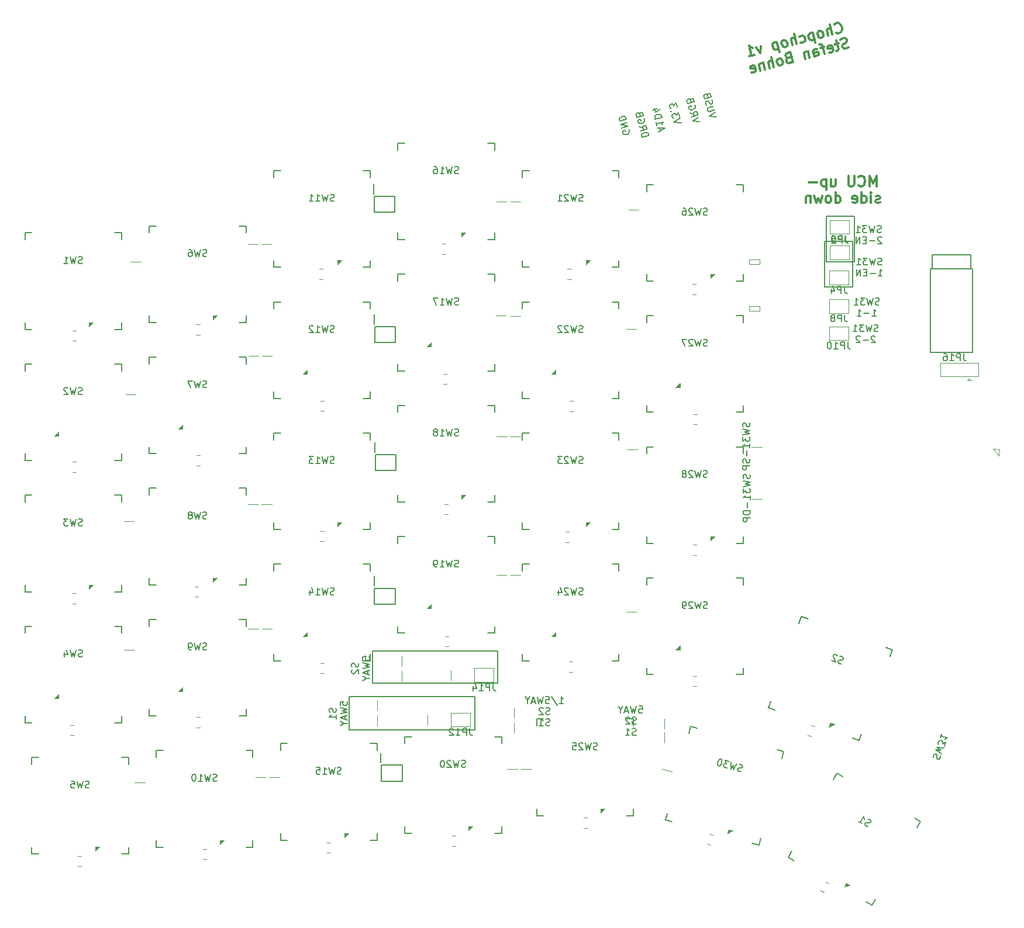
<source format=gbr>
%TF.GenerationSoftware,KiCad,Pcbnew,(6.0.0)*%
%TF.CreationDate,2022-02-08T17:16:42+09:00*%
%TF.ProjectId,brimstone2,6272696d-7374-46f6-9e65-322e6b696361,rev?*%
%TF.SameCoordinates,Original*%
%TF.FileFunction,Legend,Bot*%
%TF.FilePolarity,Positive*%
%FSLAX46Y46*%
G04 Gerber Fmt 4.6, Leading zero omitted, Abs format (unit mm)*
G04 Created by KiCad (PCBNEW (6.0.0)) date 2022-02-08 17:16:42*
%MOMM*%
%LPD*%
G01*
G04 APERTURE LIST*
%ADD10C,0.150000*%
%ADD11C,0.300000*%
%ADD12C,0.200000*%
%ADD13C,0.120000*%
%ADD14C,0.100000*%
G04 APERTURE END LIST*
D10*
X84500000Y-133455000D02*
X102670000Y-133455000D01*
X102670000Y-133455000D02*
X102670000Y-128635000D01*
X102670000Y-128635000D02*
X84500000Y-128635000D01*
X84500000Y-128635000D02*
X84500000Y-133455000D01*
X87880000Y-126735000D02*
X105970000Y-126735000D01*
X105970000Y-126735000D02*
X105970000Y-122055000D01*
X105970000Y-122055000D02*
X87880000Y-122055000D01*
X87880000Y-122055000D02*
X87880000Y-126735000D01*
X153544998Y-59040002D02*
X157614998Y-59040002D01*
X157614998Y-59040002D02*
X157614998Y-65660002D01*
X157614998Y-65660002D02*
X153544998Y-65660002D01*
X153544998Y-65660002D02*
X153544998Y-59040002D01*
X153324998Y-69330002D02*
X157354998Y-69330002D01*
X157354998Y-69330002D02*
X157354998Y-62750002D01*
X157354998Y-62750002D02*
X153324998Y-62750002D01*
X153324998Y-62750002D02*
X153324998Y-69330002D01*
D11*
X160812857Y-54721071D02*
X160812857Y-53221071D01*
X160312857Y-54292500D01*
X159812857Y-53221071D01*
X159812857Y-54721071D01*
X158241428Y-54578214D02*
X158312857Y-54649642D01*
X158527142Y-54721071D01*
X158670000Y-54721071D01*
X158884285Y-54649642D01*
X159027142Y-54506785D01*
X159098571Y-54363928D01*
X159170000Y-54078214D01*
X159170000Y-53863928D01*
X159098571Y-53578214D01*
X159027142Y-53435357D01*
X158884285Y-53292500D01*
X158670000Y-53221071D01*
X158527142Y-53221071D01*
X158312857Y-53292500D01*
X158241428Y-53363928D01*
X157598571Y-53221071D02*
X157598571Y-54435357D01*
X157527142Y-54578214D01*
X157455714Y-54649642D01*
X157312857Y-54721071D01*
X157027142Y-54721071D01*
X156884285Y-54649642D01*
X156812857Y-54578214D01*
X156741428Y-54435357D01*
X156741428Y-53221071D01*
X154241428Y-53721071D02*
X154241428Y-54721071D01*
X154884285Y-53721071D02*
X154884285Y-54506785D01*
X154812857Y-54649642D01*
X154670000Y-54721071D01*
X154455714Y-54721071D01*
X154312857Y-54649642D01*
X154241428Y-54578214D01*
X153527142Y-53721071D02*
X153527142Y-55221071D01*
X153527142Y-53792500D02*
X153384285Y-53721071D01*
X153098571Y-53721071D01*
X152955714Y-53792500D01*
X152884285Y-53863928D01*
X152812857Y-54006785D01*
X152812857Y-54435357D01*
X152884285Y-54578214D01*
X152955714Y-54649642D01*
X153098571Y-54721071D01*
X153384285Y-54721071D01*
X153527142Y-54649642D01*
X152170000Y-54149642D02*
X151027142Y-54149642D01*
X161312857Y-57064642D02*
X161170000Y-57136071D01*
X160884285Y-57136071D01*
X160741428Y-57064642D01*
X160670000Y-56921785D01*
X160670000Y-56850357D01*
X160741428Y-56707500D01*
X160884285Y-56636071D01*
X161098571Y-56636071D01*
X161241428Y-56564642D01*
X161312857Y-56421785D01*
X161312857Y-56350357D01*
X161241428Y-56207500D01*
X161098571Y-56136071D01*
X160884285Y-56136071D01*
X160741428Y-56207500D01*
X160027142Y-57136071D02*
X160027142Y-56136071D01*
X160027142Y-55636071D02*
X160098571Y-55707500D01*
X160027142Y-55778928D01*
X159955714Y-55707500D01*
X160027142Y-55636071D01*
X160027142Y-55778928D01*
X158670000Y-57136071D02*
X158670000Y-55636071D01*
X158670000Y-57064642D02*
X158812857Y-57136071D01*
X159098571Y-57136071D01*
X159241428Y-57064642D01*
X159312857Y-56993214D01*
X159384285Y-56850357D01*
X159384285Y-56421785D01*
X159312857Y-56278928D01*
X159241428Y-56207500D01*
X159098571Y-56136071D01*
X158812857Y-56136071D01*
X158670000Y-56207500D01*
X157384285Y-57064642D02*
X157527142Y-57136071D01*
X157812857Y-57136071D01*
X157955714Y-57064642D01*
X158027142Y-56921785D01*
X158027142Y-56350357D01*
X157955714Y-56207500D01*
X157812857Y-56136071D01*
X157527142Y-56136071D01*
X157384285Y-56207500D01*
X157312857Y-56350357D01*
X157312857Y-56493214D01*
X158027142Y-56636071D01*
X154884285Y-57136071D02*
X154884285Y-55636071D01*
X154884285Y-57064642D02*
X155027142Y-57136071D01*
X155312857Y-57136071D01*
X155455714Y-57064642D01*
X155527142Y-56993214D01*
X155598571Y-56850357D01*
X155598571Y-56421785D01*
X155527142Y-56278928D01*
X155455714Y-56207500D01*
X155312857Y-56136071D01*
X155027142Y-56136071D01*
X154884285Y-56207500D01*
X153955714Y-57136071D02*
X154098571Y-57064642D01*
X154170000Y-56993214D01*
X154241428Y-56850357D01*
X154241428Y-56421785D01*
X154170000Y-56278928D01*
X154098571Y-56207500D01*
X153955714Y-56136071D01*
X153741428Y-56136071D01*
X153598571Y-56207500D01*
X153527142Y-56278928D01*
X153455714Y-56421785D01*
X153455714Y-56850357D01*
X153527142Y-56993214D01*
X153598571Y-57064642D01*
X153741428Y-57136071D01*
X153955714Y-57136071D01*
X152955714Y-56136071D02*
X152670000Y-57136071D01*
X152384285Y-56421785D01*
X152098571Y-57136071D01*
X151812857Y-56136071D01*
X151241428Y-56136071D02*
X151241428Y-57136071D01*
X151241428Y-56278928D02*
X151170000Y-56207500D01*
X151027142Y-56136071D01*
X150812857Y-56136071D01*
X150670000Y-56207500D01*
X150598571Y-56350357D01*
X150598571Y-57136071D01*
D12*
X142404761Y-89000238D02*
X142452380Y-89143095D01*
X142452380Y-89381190D01*
X142404761Y-89476428D01*
X142357142Y-89524047D01*
X142261904Y-89571666D01*
X142166666Y-89571666D01*
X142071428Y-89524047D01*
X142023809Y-89476428D01*
X141976190Y-89381190D01*
X141928571Y-89190714D01*
X141880952Y-89095476D01*
X141833333Y-89047857D01*
X141738095Y-89000238D01*
X141642857Y-89000238D01*
X141547619Y-89047857D01*
X141500000Y-89095476D01*
X141452380Y-89190714D01*
X141452380Y-89428809D01*
X141500000Y-89571666D01*
X141452380Y-89905000D02*
X142452380Y-90143095D01*
X141738095Y-90333571D01*
X142452380Y-90524047D01*
X141452380Y-90762142D01*
X141452380Y-91047857D02*
X141452380Y-91666904D01*
X141833333Y-91333571D01*
X141833333Y-91476428D01*
X141880952Y-91571666D01*
X141928571Y-91619285D01*
X142023809Y-91666904D01*
X142261904Y-91666904D01*
X142357142Y-91619285D01*
X142404761Y-91571666D01*
X142452380Y-91476428D01*
X142452380Y-91190714D01*
X142404761Y-91095476D01*
X142357142Y-91047857D01*
X142452380Y-92619285D02*
X142452380Y-92047857D01*
X142452380Y-92333571D02*
X141452380Y-92333571D01*
X141595238Y-92238333D01*
X141690476Y-92143095D01*
X141738095Y-92047857D01*
X142071428Y-93047857D02*
X142071428Y-93809761D01*
X142404761Y-94238333D02*
X142452380Y-94381190D01*
X142452380Y-94619285D01*
X142404761Y-94714523D01*
X142357142Y-94762142D01*
X142261904Y-94809761D01*
X142166666Y-94809761D01*
X142071428Y-94762142D01*
X142023809Y-94714523D01*
X141976190Y-94619285D01*
X141928571Y-94428809D01*
X141880952Y-94333571D01*
X141833333Y-94285952D01*
X141738095Y-94238333D01*
X141642857Y-94238333D01*
X141547619Y-94285952D01*
X141500000Y-94333571D01*
X141452380Y-94428809D01*
X141452380Y-94666904D01*
X141500000Y-94809761D01*
X142452380Y-95238333D02*
X141452380Y-95238333D01*
X141452380Y-95619285D01*
X141500000Y-95714523D01*
X141547619Y-95762142D01*
X141642857Y-95809761D01*
X141785714Y-95809761D01*
X141880952Y-95762142D01*
X141928571Y-95714523D01*
X141976190Y-95619285D01*
X141976190Y-95238333D01*
D10*
X114892857Y-129677380D02*
X115464285Y-129677380D01*
X115178571Y-129677380D02*
X115178571Y-128677380D01*
X115273809Y-128820238D01*
X115369047Y-128915476D01*
X115464285Y-128963095D01*
X113750000Y-128629761D02*
X114607142Y-129915476D01*
X112940476Y-128677380D02*
X113416666Y-128677380D01*
X113464285Y-129153571D01*
X113416666Y-129105952D01*
X113321428Y-129058333D01*
X113083333Y-129058333D01*
X112988095Y-129105952D01*
X112940476Y-129153571D01*
X112892857Y-129248809D01*
X112892857Y-129486904D01*
X112940476Y-129582142D01*
X112988095Y-129629761D01*
X113083333Y-129677380D01*
X113321428Y-129677380D01*
X113416666Y-129629761D01*
X113464285Y-129582142D01*
X112559523Y-128677380D02*
X112321428Y-129677380D01*
X112130952Y-128963095D01*
X111940476Y-129677380D01*
X111702380Y-128677380D01*
X111369047Y-129391666D02*
X110892857Y-129391666D01*
X111464285Y-129677380D02*
X111130952Y-128677380D01*
X110797619Y-129677380D01*
X110273809Y-129201190D02*
X110273809Y-129677380D01*
X110607142Y-128677380D02*
X110273809Y-129201190D01*
X109940476Y-128677380D01*
X113511904Y-131239761D02*
X113369047Y-131287380D01*
X113130952Y-131287380D01*
X113035714Y-131239761D01*
X112988095Y-131192142D01*
X112940476Y-131096904D01*
X112940476Y-131001666D01*
X112988095Y-130906428D01*
X113035714Y-130858809D01*
X113130952Y-130811190D01*
X113321428Y-130763571D01*
X113416666Y-130715952D01*
X113464285Y-130668333D01*
X113511904Y-130573095D01*
X113511904Y-130477857D01*
X113464285Y-130382619D01*
X113416666Y-130335000D01*
X113321428Y-130287380D01*
X113083333Y-130287380D01*
X112940476Y-130335000D01*
X112559523Y-130382619D02*
X112511904Y-130335000D01*
X112416666Y-130287380D01*
X112178571Y-130287380D01*
X112083333Y-130335000D01*
X112035714Y-130382619D01*
X111988095Y-130477857D01*
X111988095Y-130573095D01*
X112035714Y-130715952D01*
X112607142Y-131287380D01*
X111988095Y-131287380D01*
X113511904Y-132849761D02*
X113369047Y-132897380D01*
X113130952Y-132897380D01*
X113035714Y-132849761D01*
X112988095Y-132802142D01*
X112940476Y-132706904D01*
X112940476Y-132611666D01*
X112988095Y-132516428D01*
X113035714Y-132468809D01*
X113130952Y-132421190D01*
X113321428Y-132373571D01*
X113416666Y-132325952D01*
X113464285Y-132278333D01*
X113511904Y-132183095D01*
X113511904Y-132087857D01*
X113464285Y-131992619D01*
X113416666Y-131945000D01*
X113321428Y-131897380D01*
X113083333Y-131897380D01*
X112940476Y-131945000D01*
X111988095Y-132897380D02*
X112559523Y-132897380D01*
X112273809Y-132897380D02*
X112273809Y-131897380D01*
X112369047Y-132040238D01*
X112464285Y-132135476D01*
X112559523Y-132183095D01*
X161049521Y-75729763D02*
X160906664Y-75777382D01*
X160668569Y-75777382D01*
X160573331Y-75729763D01*
X160525712Y-75682144D01*
X160478093Y-75586906D01*
X160478093Y-75491668D01*
X160525712Y-75396430D01*
X160573331Y-75348811D01*
X160668569Y-75301192D01*
X160859045Y-75253573D01*
X160954283Y-75205954D01*
X161001902Y-75158335D01*
X161049521Y-75063097D01*
X161049521Y-74967859D01*
X161001902Y-74872621D01*
X160954283Y-74825002D01*
X160859045Y-74777382D01*
X160620950Y-74777382D01*
X160478093Y-74825002D01*
X160144759Y-74777382D02*
X159906664Y-75777382D01*
X159716188Y-75063097D01*
X159525712Y-75777382D01*
X159287617Y-74777382D01*
X159001902Y-74777382D02*
X158382855Y-74777382D01*
X158716188Y-75158335D01*
X158573331Y-75158335D01*
X158478093Y-75205954D01*
X158430474Y-75253573D01*
X158382855Y-75348811D01*
X158382855Y-75586906D01*
X158430474Y-75682144D01*
X158478093Y-75729763D01*
X158573331Y-75777382D01*
X158859045Y-75777382D01*
X158954283Y-75729763D01*
X159001902Y-75682144D01*
X157430474Y-75777382D02*
X158001902Y-75777382D01*
X157716188Y-75777382D02*
X157716188Y-74777382D01*
X157811426Y-74920240D01*
X157906664Y-75015478D01*
X158001902Y-75063097D01*
X160620950Y-76482621D02*
X160573331Y-76435002D01*
X160478093Y-76387382D01*
X160239998Y-76387382D01*
X160144759Y-76435002D01*
X160097140Y-76482621D01*
X160049521Y-76577859D01*
X160049521Y-76673097D01*
X160097140Y-76815954D01*
X160668569Y-77387382D01*
X160049521Y-77387382D01*
X159620950Y-77006430D02*
X158859045Y-77006430D01*
X158430474Y-76482621D02*
X158382855Y-76435002D01*
X158287617Y-76387382D01*
X158049521Y-76387382D01*
X157954283Y-76435002D01*
X157906664Y-76482621D01*
X157859045Y-76577859D01*
X157859045Y-76673097D01*
X157906664Y-76815954D01*
X158478093Y-77387382D01*
X157859045Y-77387382D01*
X126440476Y-130047380D02*
X126916666Y-130047380D01*
X126964285Y-130523571D01*
X126916666Y-130475952D01*
X126821428Y-130428333D01*
X126583333Y-130428333D01*
X126488095Y-130475952D01*
X126440476Y-130523571D01*
X126392857Y-130618809D01*
X126392857Y-130856904D01*
X126440476Y-130952142D01*
X126488095Y-130999761D01*
X126583333Y-131047380D01*
X126821428Y-131047380D01*
X126916666Y-130999761D01*
X126964285Y-130952142D01*
X126059523Y-130047380D02*
X125821428Y-131047380D01*
X125630952Y-130333095D01*
X125440476Y-131047380D01*
X125202380Y-130047380D01*
X124869047Y-130761666D02*
X124392857Y-130761666D01*
X124964285Y-131047380D02*
X124630952Y-130047380D01*
X124297619Y-131047380D01*
X123773809Y-130571190D02*
X123773809Y-131047380D01*
X124107142Y-130047380D02*
X123773809Y-130571190D01*
X123440476Y-130047380D01*
X126011904Y-132609761D02*
X125869047Y-132657380D01*
X125630952Y-132657380D01*
X125535714Y-132609761D01*
X125488095Y-132562142D01*
X125440476Y-132466904D01*
X125440476Y-132371666D01*
X125488095Y-132276428D01*
X125535714Y-132228809D01*
X125630952Y-132181190D01*
X125821428Y-132133571D01*
X125916666Y-132085952D01*
X125964285Y-132038333D01*
X126011904Y-131943095D01*
X126011904Y-131847857D01*
X125964285Y-131752619D01*
X125916666Y-131705000D01*
X125821428Y-131657380D01*
X125583333Y-131657380D01*
X125440476Y-131705000D01*
X125059523Y-131752619D02*
X125011904Y-131705000D01*
X124916666Y-131657380D01*
X124678571Y-131657380D01*
X124583333Y-131705000D01*
X124535714Y-131752619D01*
X124488095Y-131847857D01*
X124488095Y-131943095D01*
X124535714Y-132085952D01*
X125107142Y-132657380D01*
X124488095Y-132657380D01*
X126011904Y-134219761D02*
X125869047Y-134267380D01*
X125630952Y-134267380D01*
X125535714Y-134219761D01*
X125488095Y-134172142D01*
X125440476Y-134076904D01*
X125440476Y-133981666D01*
X125488095Y-133886428D01*
X125535714Y-133838809D01*
X125630952Y-133791190D01*
X125821428Y-133743571D01*
X125916666Y-133695952D01*
X125964285Y-133648333D01*
X126011904Y-133553095D01*
X126011904Y-133457857D01*
X125964285Y-133362619D01*
X125916666Y-133315000D01*
X125821428Y-133267380D01*
X125583333Y-133267380D01*
X125440476Y-133315000D01*
X124488095Y-134267380D02*
X125059523Y-134267380D01*
X124773809Y-134267380D02*
X124773809Y-133267380D01*
X124869047Y-133410238D01*
X124964285Y-133505476D01*
X125059523Y-133553095D01*
X161199521Y-71869763D02*
X161056664Y-71917382D01*
X160818569Y-71917382D01*
X160723331Y-71869763D01*
X160675712Y-71822144D01*
X160628093Y-71726906D01*
X160628093Y-71631668D01*
X160675712Y-71536430D01*
X160723331Y-71488811D01*
X160818569Y-71441192D01*
X161009045Y-71393573D01*
X161104283Y-71345954D01*
X161151902Y-71298335D01*
X161199521Y-71203097D01*
X161199521Y-71107859D01*
X161151902Y-71012621D01*
X161104283Y-70965002D01*
X161009045Y-70917382D01*
X160770950Y-70917382D01*
X160628093Y-70965002D01*
X160294759Y-70917382D02*
X160056664Y-71917382D01*
X159866188Y-71203097D01*
X159675712Y-71917382D01*
X159437617Y-70917382D01*
X159151902Y-70917382D02*
X158532855Y-70917382D01*
X158866188Y-71298335D01*
X158723331Y-71298335D01*
X158628093Y-71345954D01*
X158580474Y-71393573D01*
X158532855Y-71488811D01*
X158532855Y-71726906D01*
X158580474Y-71822144D01*
X158628093Y-71869763D01*
X158723331Y-71917382D01*
X159009045Y-71917382D01*
X159104283Y-71869763D01*
X159151902Y-71822144D01*
X157580474Y-71917382D02*
X158151902Y-71917382D01*
X157866188Y-71917382D02*
X157866188Y-70917382D01*
X157961426Y-71060240D01*
X158056664Y-71155478D01*
X158151902Y-71203097D01*
X160199521Y-73527382D02*
X160770950Y-73527382D01*
X160485236Y-73527382D02*
X160485236Y-72527382D01*
X160580474Y-72670240D01*
X160675712Y-72765478D01*
X160770950Y-72813097D01*
X159770950Y-73146430D02*
X159009045Y-73146430D01*
X158009045Y-73527382D02*
X158580474Y-73527382D01*
X158294759Y-73527382D02*
X158294759Y-72527382D01*
X158389998Y-72670240D01*
X158485236Y-72765478D01*
X158580474Y-72813097D01*
X85789761Y-123813095D02*
X85837380Y-123955952D01*
X85837380Y-124194047D01*
X85789761Y-124289285D01*
X85742142Y-124336904D01*
X85646904Y-124384523D01*
X85551666Y-124384523D01*
X85456428Y-124336904D01*
X85408809Y-124289285D01*
X85361190Y-124194047D01*
X85313571Y-124003571D01*
X85265952Y-123908333D01*
X85218333Y-123860714D01*
X85123095Y-123813095D01*
X85027857Y-123813095D01*
X84932619Y-123860714D01*
X84885000Y-123908333D01*
X84837380Y-124003571D01*
X84837380Y-124241666D01*
X84885000Y-124384523D01*
X84932619Y-124765476D02*
X84885000Y-124813095D01*
X84837380Y-124908333D01*
X84837380Y-125146428D01*
X84885000Y-125241666D01*
X84932619Y-125289285D01*
X85027857Y-125336904D01*
X85123095Y-125336904D01*
X85265952Y-125289285D01*
X85837380Y-124717857D01*
X85837380Y-125336904D01*
X86447380Y-123384523D02*
X86447380Y-122908333D01*
X86923571Y-122860714D01*
X86875952Y-122908333D01*
X86828333Y-123003571D01*
X86828333Y-123241666D01*
X86875952Y-123336904D01*
X86923571Y-123384523D01*
X87018809Y-123432142D01*
X87256904Y-123432142D01*
X87352142Y-123384523D01*
X87399761Y-123336904D01*
X87447380Y-123241666D01*
X87447380Y-123003571D01*
X87399761Y-122908333D01*
X87352142Y-122860714D01*
X86447380Y-123765476D02*
X87447380Y-124003571D01*
X86733095Y-124194047D01*
X87447380Y-124384523D01*
X86447380Y-124622619D01*
X87161666Y-124955952D02*
X87161666Y-125432142D01*
X87447380Y-124860714D02*
X86447380Y-125194047D01*
X87447380Y-125527380D01*
X86971190Y-126051190D02*
X87447380Y-126051190D01*
X86447380Y-125717857D02*
X86971190Y-126051190D01*
X86447380Y-126384523D01*
X161489521Y-61389763D02*
X161346664Y-61437382D01*
X161108569Y-61437382D01*
X161013331Y-61389763D01*
X160965712Y-61342144D01*
X160918093Y-61246906D01*
X160918093Y-61151668D01*
X160965712Y-61056430D01*
X161013331Y-61008811D01*
X161108569Y-60961192D01*
X161299045Y-60913573D01*
X161394283Y-60865954D01*
X161441902Y-60818335D01*
X161489521Y-60723097D01*
X161489521Y-60627859D01*
X161441902Y-60532621D01*
X161394283Y-60485002D01*
X161299045Y-60437382D01*
X161060950Y-60437382D01*
X160918093Y-60485002D01*
X160584759Y-60437382D02*
X160346664Y-61437382D01*
X160156188Y-60723097D01*
X159965712Y-61437382D01*
X159727617Y-60437382D01*
X159441902Y-60437382D02*
X158822855Y-60437382D01*
X159156188Y-60818335D01*
X159013331Y-60818335D01*
X158918093Y-60865954D01*
X158870474Y-60913573D01*
X158822855Y-61008811D01*
X158822855Y-61246906D01*
X158870474Y-61342144D01*
X158918093Y-61389763D01*
X159013331Y-61437382D01*
X159299045Y-61437382D01*
X159394283Y-61389763D01*
X159441902Y-61342144D01*
X157870474Y-61437382D02*
X158441902Y-61437382D01*
X158156188Y-61437382D02*
X158156188Y-60437382D01*
X158251426Y-60580240D01*
X158346664Y-60675478D01*
X158441902Y-60723097D01*
X161560950Y-62142621D02*
X161513331Y-62095002D01*
X161418093Y-62047382D01*
X161179998Y-62047382D01*
X161084759Y-62095002D01*
X161037140Y-62142621D01*
X160989521Y-62237859D01*
X160989521Y-62333097D01*
X161037140Y-62475954D01*
X161608569Y-63047382D01*
X160989521Y-63047382D01*
X160560950Y-62666430D02*
X159799045Y-62666430D01*
X159322855Y-62523573D02*
X158989521Y-62523573D01*
X158846664Y-63047382D02*
X159322855Y-63047382D01*
X159322855Y-62047382D01*
X158846664Y-62047382D01*
X158418093Y-63047382D02*
X158418093Y-62047382D01*
X157846664Y-63047382D01*
X157846664Y-62047382D01*
X82539761Y-130353095D02*
X82587380Y-130495952D01*
X82587380Y-130734047D01*
X82539761Y-130829285D01*
X82492142Y-130876904D01*
X82396904Y-130924523D01*
X82301666Y-130924523D01*
X82206428Y-130876904D01*
X82158809Y-130829285D01*
X82111190Y-130734047D01*
X82063571Y-130543571D01*
X82015952Y-130448333D01*
X81968333Y-130400714D01*
X81873095Y-130353095D01*
X81777857Y-130353095D01*
X81682619Y-130400714D01*
X81635000Y-130448333D01*
X81587380Y-130543571D01*
X81587380Y-130781666D01*
X81635000Y-130924523D01*
X82587380Y-131876904D02*
X82587380Y-131305476D01*
X82587380Y-131591190D02*
X81587380Y-131591190D01*
X81730238Y-131495952D01*
X81825476Y-131400714D01*
X81873095Y-131305476D01*
X83197380Y-129924523D02*
X83197380Y-129448333D01*
X83673571Y-129400714D01*
X83625952Y-129448333D01*
X83578333Y-129543571D01*
X83578333Y-129781666D01*
X83625952Y-129876904D01*
X83673571Y-129924523D01*
X83768809Y-129972142D01*
X84006904Y-129972142D01*
X84102142Y-129924523D01*
X84149761Y-129876904D01*
X84197380Y-129781666D01*
X84197380Y-129543571D01*
X84149761Y-129448333D01*
X84102142Y-129400714D01*
X83197380Y-130305476D02*
X84197380Y-130543571D01*
X83483095Y-130734047D01*
X84197380Y-130924523D01*
X83197380Y-131162619D01*
X83911666Y-131495952D02*
X83911666Y-131972142D01*
X84197380Y-131400714D02*
X83197380Y-131734047D01*
X84197380Y-132067380D01*
X83721190Y-132591190D02*
X84197380Y-132591190D01*
X83197380Y-132257857D02*
X83721190Y-132591190D01*
X83197380Y-132924523D01*
D11*
X155032866Y-32478336D02*
X155119903Y-32529605D01*
X155345248Y-32545105D01*
X155483555Y-32509337D01*
X155673131Y-32386530D01*
X155775669Y-32212455D01*
X155809054Y-32056264D01*
X155806670Y-31761766D01*
X155753017Y-31554306D01*
X155612326Y-31295576D01*
X155507404Y-31175154D01*
X155333329Y-31072616D01*
X155107985Y-31057115D01*
X154969678Y-31092884D01*
X154780102Y-31215690D01*
X154728833Y-31302728D01*
X154446254Y-32777601D02*
X154070684Y-31325379D01*
X153823873Y-32938560D02*
X153627146Y-32177872D01*
X153660531Y-32021681D01*
X153780953Y-31916759D01*
X153988413Y-31863106D01*
X154144604Y-31896491D01*
X154231642Y-31947760D01*
X152924879Y-33171055D02*
X153045301Y-33066133D01*
X153096570Y-32979096D01*
X153129955Y-32822904D01*
X153022649Y-32407984D01*
X152917727Y-32287562D01*
X152830690Y-32236292D01*
X152674499Y-32202908D01*
X152467038Y-32256560D01*
X152346616Y-32361482D01*
X152295347Y-32448520D01*
X152261962Y-32604711D01*
X152369268Y-33019632D01*
X152474190Y-33140054D01*
X152561227Y-33191323D01*
X152717418Y-33224708D01*
X152924879Y-33171055D01*
X151568044Y-32489056D02*
X151943614Y-33941278D01*
X151585929Y-32558210D02*
X151429737Y-32524825D01*
X151153124Y-32596362D01*
X151032701Y-32701284D01*
X150981432Y-32788322D01*
X150948047Y-32944513D01*
X151055353Y-33359433D01*
X151160275Y-33479856D01*
X151247313Y-33531125D01*
X151403504Y-33564510D01*
X151680117Y-33492972D01*
X151800540Y-33388050D01*
X149864245Y-33888810D02*
X150020436Y-33922195D01*
X150297049Y-33850658D01*
X150417472Y-33745736D01*
X150468741Y-33658698D01*
X150502126Y-33502507D01*
X150394820Y-33087587D01*
X150289898Y-32967164D01*
X150202860Y-32915895D01*
X150046669Y-32882510D01*
X149770056Y-32954048D01*
X149649633Y-33058970D01*
X149259748Y-34118922D02*
X148884178Y-32666701D01*
X148637368Y-34279881D02*
X148440641Y-33519194D01*
X148474025Y-33363002D01*
X148594448Y-33258080D01*
X148801908Y-33204428D01*
X148958099Y-33237812D01*
X149045137Y-33289082D01*
X147738373Y-34512377D02*
X147858796Y-34407455D01*
X147910065Y-34320417D01*
X147943450Y-34164226D01*
X147836144Y-33749306D01*
X147731222Y-33628883D01*
X147644185Y-33577614D01*
X147487993Y-33544229D01*
X147280533Y-33597882D01*
X147160111Y-33702804D01*
X147108842Y-33789842D01*
X147075457Y-33946033D01*
X147182762Y-34360953D01*
X147287684Y-34481376D01*
X147374722Y-34532645D01*
X147530913Y-34566030D01*
X147738373Y-34512377D01*
X146381539Y-33830378D02*
X146757109Y-35282599D01*
X146399423Y-33899531D02*
X146243232Y-33866146D01*
X145966619Y-33937683D01*
X145846196Y-34042605D01*
X145794927Y-34129643D01*
X145761542Y-34285834D01*
X145868848Y-34700755D01*
X145973770Y-34821177D01*
X146060808Y-34872446D01*
X146216999Y-34905831D01*
X146493612Y-34834294D01*
X146614035Y-34729372D01*
X144099477Y-34420559D02*
X144004090Y-35478128D01*
X143407943Y-34599402D01*
X142344408Y-35907351D02*
X143174249Y-35692740D01*
X142759328Y-35800045D02*
X142383758Y-34347824D01*
X142575718Y-34519515D01*
X142749793Y-34622054D01*
X142905985Y-34655439D01*
X156796449Y-34590475D02*
X156606873Y-34713282D01*
X156261106Y-34802703D01*
X156104915Y-34769318D01*
X156017877Y-34718049D01*
X155912955Y-34597626D01*
X155877187Y-34459320D01*
X155910572Y-34303129D01*
X155961841Y-34216091D01*
X156082263Y-34111169D01*
X156340993Y-33970478D01*
X156461415Y-33865556D01*
X156512684Y-33778519D01*
X156546069Y-33622328D01*
X156510300Y-33484021D01*
X156405378Y-33363598D01*
X156318341Y-33312329D01*
X156162150Y-33278944D01*
X155816383Y-33368366D01*
X155626807Y-33491172D01*
X155319192Y-34013398D02*
X154765965Y-34156472D01*
X154986542Y-33582977D02*
X155308459Y-34827738D01*
X155275074Y-34983930D01*
X155154652Y-35088852D01*
X155016345Y-35124620D01*
X153961160Y-35323731D02*
X154117351Y-35357116D01*
X154393964Y-35285579D01*
X154514387Y-35180657D01*
X154547772Y-35024466D01*
X154404697Y-34471238D01*
X154299775Y-34350816D01*
X154143584Y-34317431D01*
X153866971Y-34388968D01*
X153746548Y-34493890D01*
X153713163Y-34650081D01*
X153748932Y-34788388D01*
X154476234Y-34747852D01*
X153244590Y-34549927D02*
X152691363Y-34693001D01*
X153287510Y-35571727D02*
X152965593Y-34326966D01*
X152860671Y-34206543D01*
X152704480Y-34173159D01*
X152566173Y-34208927D01*
X151835288Y-35947297D02*
X151638561Y-35186610D01*
X151671946Y-35030419D01*
X151792369Y-34925497D01*
X152068982Y-34853960D01*
X152225173Y-34887344D01*
X151817404Y-35878144D02*
X151973595Y-35911529D01*
X152319362Y-35822107D01*
X152439785Y-35717185D01*
X152473169Y-35560994D01*
X152437401Y-35422687D01*
X152332479Y-35302265D01*
X152176288Y-35268880D01*
X151830521Y-35358301D01*
X151674330Y-35324917D01*
X150893374Y-35157992D02*
X151143754Y-36126140D01*
X150929143Y-35296299D02*
X150842105Y-35245030D01*
X150685914Y-35211645D01*
X150478454Y-35265298D01*
X150358031Y-35370220D01*
X150324647Y-35526411D01*
X150521374Y-36287099D01*
X148042584Y-36116593D02*
X147853008Y-36239399D01*
X147801739Y-36326437D01*
X147768354Y-36482628D01*
X147822007Y-36690088D01*
X147926929Y-36810510D01*
X148013967Y-36861780D01*
X148170158Y-36895164D01*
X148723385Y-36752090D01*
X148347815Y-35299869D01*
X147863741Y-35425059D01*
X147743319Y-35529981D01*
X147692050Y-35617018D01*
X147658665Y-35773209D01*
X147694433Y-35911516D01*
X147799355Y-36031939D01*
X147886393Y-36083208D01*
X148042584Y-36116593D01*
X148526658Y-35991403D01*
X147063704Y-37181313D02*
X147184126Y-37076391D01*
X147235395Y-36989353D01*
X147268780Y-36833162D01*
X147161474Y-36418242D01*
X147056552Y-36297819D01*
X146969515Y-36246550D01*
X146813324Y-36213165D01*
X146605863Y-36266818D01*
X146485441Y-36371740D01*
X146434172Y-36458778D01*
X146400787Y-36614969D01*
X146508093Y-37029889D01*
X146613015Y-37150312D01*
X146700052Y-37201581D01*
X146856243Y-37234966D01*
X147063704Y-37181313D01*
X145957249Y-37467462D02*
X145581679Y-36015240D01*
X145334868Y-37628420D02*
X145138141Y-36867733D01*
X145171526Y-36711542D01*
X145291949Y-36606620D01*
X145499409Y-36552967D01*
X145655600Y-36586352D01*
X145742638Y-36637621D01*
X144392954Y-36839115D02*
X144643334Y-37807263D01*
X144428723Y-36977422D02*
X144341685Y-36926153D01*
X144185494Y-36892768D01*
X143978034Y-36946421D01*
X143857611Y-37051343D01*
X143824227Y-37207534D01*
X144020954Y-37968222D01*
X142758308Y-38220985D02*
X142914499Y-38254370D01*
X143191113Y-38182833D01*
X143311535Y-38077911D01*
X143344920Y-37921720D01*
X143201846Y-37368493D01*
X143096924Y-37248070D01*
X142940733Y-37214685D01*
X142664119Y-37286223D01*
X142543697Y-37391144D01*
X142510312Y-37547336D01*
X142546081Y-37685642D01*
X143273383Y-37645106D01*
D12*
X142464761Y-96486428D02*
X142512380Y-96629285D01*
X142512380Y-96867380D01*
X142464761Y-96962619D01*
X142417142Y-97010238D01*
X142321904Y-97057857D01*
X142226666Y-97057857D01*
X142131428Y-97010238D01*
X142083809Y-96962619D01*
X142036190Y-96867380D01*
X141988571Y-96676904D01*
X141940952Y-96581666D01*
X141893333Y-96534047D01*
X141798095Y-96486428D01*
X141702857Y-96486428D01*
X141607619Y-96534047D01*
X141560000Y-96581666D01*
X141512380Y-96676904D01*
X141512380Y-96915000D01*
X141560000Y-97057857D01*
X141512380Y-97391190D02*
X142512380Y-97629285D01*
X141798095Y-97819761D01*
X142512380Y-98010238D01*
X141512380Y-98248333D01*
X141512380Y-98534047D02*
X141512380Y-99153095D01*
X141893333Y-98819761D01*
X141893333Y-98962619D01*
X141940952Y-99057857D01*
X141988571Y-99105476D01*
X142083809Y-99153095D01*
X142321904Y-99153095D01*
X142417142Y-99105476D01*
X142464761Y-99057857D01*
X142512380Y-98962619D01*
X142512380Y-98676904D01*
X142464761Y-98581666D01*
X142417142Y-98534047D01*
X142512380Y-100105476D02*
X142512380Y-99534047D01*
X142512380Y-99819761D02*
X141512380Y-99819761D01*
X141655238Y-99724523D01*
X141750476Y-99629285D01*
X141798095Y-99534047D01*
X142131428Y-100534047D02*
X142131428Y-101295952D01*
X142512380Y-101772142D02*
X141512380Y-101772142D01*
X141512380Y-102010238D01*
X141560000Y-102153095D01*
X141655238Y-102248333D01*
X141750476Y-102295952D01*
X141940952Y-102343571D01*
X142083809Y-102343571D01*
X142274285Y-102295952D01*
X142369523Y-102248333D01*
X142464761Y-102153095D01*
X142512380Y-102010238D01*
X142512380Y-101772142D01*
X142512380Y-102772142D02*
X141512380Y-102772142D01*
X141512380Y-103153095D01*
X141560000Y-103248333D01*
X141607619Y-103295952D01*
X141702857Y-103343571D01*
X141845714Y-103343571D01*
X141940952Y-103295952D01*
X141988571Y-103248333D01*
X142036190Y-103153095D01*
X142036190Y-102772142D01*
D10*
X161569521Y-66089763D02*
X161426664Y-66137382D01*
X161188569Y-66137382D01*
X161093331Y-66089763D01*
X161045712Y-66042144D01*
X160998093Y-65946906D01*
X160998093Y-65851668D01*
X161045712Y-65756430D01*
X161093331Y-65708811D01*
X161188569Y-65661192D01*
X161379045Y-65613573D01*
X161474283Y-65565954D01*
X161521902Y-65518335D01*
X161569521Y-65423097D01*
X161569521Y-65327859D01*
X161521902Y-65232621D01*
X161474283Y-65185002D01*
X161379045Y-65137382D01*
X161140950Y-65137382D01*
X160998093Y-65185002D01*
X160664759Y-65137382D02*
X160426664Y-66137382D01*
X160236188Y-65423097D01*
X160045712Y-66137382D01*
X159807617Y-65137382D01*
X159521902Y-65137382D02*
X158902855Y-65137382D01*
X159236188Y-65518335D01*
X159093331Y-65518335D01*
X158998093Y-65565954D01*
X158950474Y-65613573D01*
X158902855Y-65708811D01*
X158902855Y-65946906D01*
X158950474Y-66042144D01*
X158998093Y-66089763D01*
X159093331Y-66137382D01*
X159379045Y-66137382D01*
X159474283Y-66089763D01*
X159521902Y-66042144D01*
X157950474Y-66137382D02*
X158521902Y-66137382D01*
X158236188Y-66137382D02*
X158236188Y-65137382D01*
X158331426Y-65280240D01*
X158426664Y-65375478D01*
X158521902Y-65423097D01*
X161069521Y-67747382D02*
X161640950Y-67747382D01*
X161355236Y-67747382D02*
X161355236Y-66747382D01*
X161450474Y-66890240D01*
X161545712Y-66985478D01*
X161640950Y-67033097D01*
X160640950Y-67366430D02*
X159879045Y-67366430D01*
X159402855Y-67223573D02*
X159069521Y-67223573D01*
X158926664Y-67747382D02*
X159402855Y-67747382D01*
X159402855Y-66747382D01*
X158926664Y-66747382D01*
X158498093Y-67747382D02*
X158498093Y-66747382D01*
X157926664Y-67747382D01*
X157926664Y-66747382D01*
%TO.C,SW7*%
X63833333Y-83859761D02*
X63690476Y-83907380D01*
X63452380Y-83907380D01*
X63357142Y-83859761D01*
X63309523Y-83812142D01*
X63261904Y-83716904D01*
X63261904Y-83621666D01*
X63309523Y-83526428D01*
X63357142Y-83478809D01*
X63452380Y-83431190D01*
X63642857Y-83383571D01*
X63738095Y-83335952D01*
X63785714Y-83288333D01*
X63833333Y-83193095D01*
X63833333Y-83097857D01*
X63785714Y-83002619D01*
X63738095Y-82955000D01*
X63642857Y-82907380D01*
X63404761Y-82907380D01*
X63261904Y-82955000D01*
X62928571Y-82907380D02*
X62690476Y-83907380D01*
X62500000Y-83193095D01*
X62309523Y-83907380D01*
X62071428Y-82907380D01*
X61785714Y-82907380D02*
X61119047Y-82907380D01*
X61547619Y-83907380D01*
%TO.C,SW8*%
X63833333Y-102859761D02*
X63690476Y-102907380D01*
X63452380Y-102907380D01*
X63357142Y-102859761D01*
X63309523Y-102812142D01*
X63261904Y-102716904D01*
X63261904Y-102621666D01*
X63309523Y-102526428D01*
X63357142Y-102478809D01*
X63452380Y-102431190D01*
X63642857Y-102383571D01*
X63738095Y-102335952D01*
X63785714Y-102288333D01*
X63833333Y-102193095D01*
X63833333Y-102097857D01*
X63785714Y-102002619D01*
X63738095Y-101955000D01*
X63642857Y-101907380D01*
X63404761Y-101907380D01*
X63261904Y-101955000D01*
X62928571Y-101907380D02*
X62690476Y-102907380D01*
X62500000Y-102193095D01*
X62309523Y-102907380D01*
X62071428Y-101907380D01*
X61547619Y-102335952D02*
X61642857Y-102288333D01*
X61690476Y-102240714D01*
X61738095Y-102145476D01*
X61738095Y-102097857D01*
X61690476Y-102002619D01*
X61642857Y-101955000D01*
X61547619Y-101907380D01*
X61357142Y-101907380D01*
X61261904Y-101955000D01*
X61214285Y-102002619D01*
X61166666Y-102097857D01*
X61166666Y-102145476D01*
X61214285Y-102240714D01*
X61261904Y-102288333D01*
X61357142Y-102335952D01*
X61547619Y-102335952D01*
X61642857Y-102383571D01*
X61690476Y-102431190D01*
X61738095Y-102526428D01*
X61738095Y-102716904D01*
X61690476Y-102812142D01*
X61642857Y-102859761D01*
X61547619Y-102907380D01*
X61357142Y-102907380D01*
X61261904Y-102859761D01*
X61214285Y-102812142D01*
X61166666Y-102716904D01*
X61166666Y-102526428D01*
X61214285Y-102431190D01*
X61261904Y-102383571D01*
X61357142Y-102335952D01*
%TO.C,SW14*%
X82309523Y-113859761D02*
X82166666Y-113907380D01*
X81928571Y-113907380D01*
X81833333Y-113859761D01*
X81785714Y-113812142D01*
X81738095Y-113716904D01*
X81738095Y-113621666D01*
X81785714Y-113526428D01*
X81833333Y-113478809D01*
X81928571Y-113431190D01*
X82119047Y-113383571D01*
X82214285Y-113335952D01*
X82261904Y-113288333D01*
X82309523Y-113193095D01*
X82309523Y-113097857D01*
X82261904Y-113002619D01*
X82214285Y-112955000D01*
X82119047Y-112907380D01*
X81880952Y-112907380D01*
X81738095Y-112955000D01*
X81404761Y-112907380D02*
X81166666Y-113907380D01*
X80976190Y-113193095D01*
X80785714Y-113907380D01*
X80547619Y-112907380D01*
X79642857Y-113907380D02*
X80214285Y-113907380D01*
X79928571Y-113907380D02*
X79928571Y-112907380D01*
X80023809Y-113050238D01*
X80119047Y-113145476D01*
X80214285Y-113193095D01*
X78785714Y-113240714D02*
X78785714Y-113907380D01*
X79023809Y-112859761D02*
X79261904Y-113574047D01*
X78642857Y-113574047D01*
%TO.C,SW5*%
X46833333Y-141859761D02*
X46690476Y-141907380D01*
X46452380Y-141907380D01*
X46357142Y-141859761D01*
X46309523Y-141812142D01*
X46261904Y-141716904D01*
X46261904Y-141621666D01*
X46309523Y-141526428D01*
X46357142Y-141478809D01*
X46452380Y-141431190D01*
X46642857Y-141383571D01*
X46738095Y-141335952D01*
X46785714Y-141288333D01*
X46833333Y-141193095D01*
X46833333Y-141097857D01*
X46785714Y-141002619D01*
X46738095Y-140955000D01*
X46642857Y-140907380D01*
X46404761Y-140907380D01*
X46261904Y-140955000D01*
X45928571Y-140907380D02*
X45690476Y-141907380D01*
X45500000Y-141193095D01*
X45309523Y-141907380D01*
X45071428Y-140907380D01*
X44214285Y-140907380D02*
X44690476Y-140907380D01*
X44738095Y-141383571D01*
X44690476Y-141335952D01*
X44595238Y-141288333D01*
X44357142Y-141288333D01*
X44261904Y-141335952D01*
X44214285Y-141383571D01*
X44166666Y-141478809D01*
X44166666Y-141716904D01*
X44214285Y-141812142D01*
X44261904Y-141859761D01*
X44357142Y-141907380D01*
X44595238Y-141907380D01*
X44690476Y-141859761D01*
X44738095Y-141812142D01*
%TO.C,SW30*%
X141225761Y-139519448D02*
X141075447Y-139528470D01*
X140845465Y-139466846D01*
X140765797Y-139396201D01*
X140732125Y-139337879D01*
X140710778Y-139233562D01*
X140735427Y-139141569D01*
X140806073Y-139061901D01*
X140864394Y-139028229D01*
X140968712Y-139006882D01*
X141165022Y-139010184D01*
X141269340Y-138988837D01*
X141327661Y-138955165D01*
X141398307Y-138875497D01*
X141422957Y-138783504D01*
X141401610Y-138679187D01*
X141367938Y-138620865D01*
X141288270Y-138550219D01*
X141058287Y-138488596D01*
X140907973Y-138497618D01*
X140598323Y-138365349D02*
X140109521Y-139269651D01*
X140110406Y-138530405D01*
X139741550Y-139171053D01*
X139770386Y-138143504D01*
X139494407Y-138069556D02*
X138896453Y-137909334D01*
X139119831Y-138363579D01*
X138981841Y-138326605D01*
X138877524Y-138347952D01*
X138819203Y-138381624D01*
X138748557Y-138461292D01*
X138686933Y-138691274D01*
X138708280Y-138795592D01*
X138741952Y-138853913D01*
X138821620Y-138924559D01*
X139097599Y-138998507D01*
X139201917Y-138977160D01*
X139260238Y-138943488D01*
X138298499Y-137749113D02*
X138206506Y-137724463D01*
X138102189Y-137745811D01*
X138043867Y-137779482D01*
X137973222Y-137859150D01*
X137877926Y-138030812D01*
X137816303Y-138260794D01*
X137813000Y-138457105D01*
X137834347Y-138561422D01*
X137868019Y-138619743D01*
X137947687Y-138690389D01*
X138039680Y-138715039D01*
X138143998Y-138693692D01*
X138202319Y-138660020D01*
X138272965Y-138580352D01*
X138368260Y-138408691D01*
X138429884Y-138178708D01*
X138433186Y-137982398D01*
X138411839Y-137878080D01*
X138378167Y-137819759D01*
X138298499Y-137749113D01*
%TO.C,SW20*%
X101309523Y-138859761D02*
X101166666Y-138907380D01*
X100928571Y-138907380D01*
X100833333Y-138859761D01*
X100785714Y-138812142D01*
X100738095Y-138716904D01*
X100738095Y-138621666D01*
X100785714Y-138526428D01*
X100833333Y-138478809D01*
X100928571Y-138431190D01*
X101119047Y-138383571D01*
X101214285Y-138335952D01*
X101261904Y-138288333D01*
X101309523Y-138193095D01*
X101309523Y-138097857D01*
X101261904Y-138002619D01*
X101214285Y-137955000D01*
X101119047Y-137907380D01*
X100880952Y-137907380D01*
X100738095Y-137955000D01*
X100404761Y-137907380D02*
X100166666Y-138907380D01*
X99976190Y-138193095D01*
X99785714Y-138907380D01*
X99547619Y-137907380D01*
X99214285Y-138002619D02*
X99166666Y-137955000D01*
X99071428Y-137907380D01*
X98833333Y-137907380D01*
X98738095Y-137955000D01*
X98690476Y-138002619D01*
X98642857Y-138097857D01*
X98642857Y-138193095D01*
X98690476Y-138335952D01*
X99261904Y-138907380D01*
X98642857Y-138907380D01*
X98023809Y-137907380D02*
X97928571Y-137907380D01*
X97833333Y-137955000D01*
X97785714Y-138002619D01*
X97738095Y-138097857D01*
X97690476Y-138288333D01*
X97690476Y-138526428D01*
X97738095Y-138716904D01*
X97785714Y-138812142D01*
X97833333Y-138859761D01*
X97928571Y-138907380D01*
X98023809Y-138907380D01*
X98119047Y-138859761D01*
X98166666Y-138812142D01*
X98214285Y-138716904D01*
X98261904Y-138526428D01*
X98261904Y-138288333D01*
X98214285Y-138097857D01*
X98166666Y-138002619D01*
X98119047Y-137955000D01*
X98023809Y-137907380D01*
%TO.C,SW21*%
X118309523Y-56859761D02*
X118166666Y-56907380D01*
X117928571Y-56907380D01*
X117833333Y-56859761D01*
X117785714Y-56812142D01*
X117738095Y-56716904D01*
X117738095Y-56621666D01*
X117785714Y-56526428D01*
X117833333Y-56478809D01*
X117928571Y-56431190D01*
X118119047Y-56383571D01*
X118214285Y-56335952D01*
X118261904Y-56288333D01*
X118309523Y-56193095D01*
X118309523Y-56097857D01*
X118261904Y-56002619D01*
X118214285Y-55955000D01*
X118119047Y-55907380D01*
X117880952Y-55907380D01*
X117738095Y-55955000D01*
X117404761Y-55907380D02*
X117166666Y-56907380D01*
X116976190Y-56193095D01*
X116785714Y-56907380D01*
X116547619Y-55907380D01*
X116214285Y-56002619D02*
X116166666Y-55955000D01*
X116071428Y-55907380D01*
X115833333Y-55907380D01*
X115738095Y-55955000D01*
X115690476Y-56002619D01*
X115642857Y-56097857D01*
X115642857Y-56193095D01*
X115690476Y-56335952D01*
X116261904Y-56907380D01*
X115642857Y-56907380D01*
X114690476Y-56907380D02*
X115261904Y-56907380D01*
X114976190Y-56907380D02*
X114976190Y-55907380D01*
X115071428Y-56050238D01*
X115166666Y-56145476D01*
X115261904Y-56193095D01*
%TO.C,S2*%
X155743579Y-123896860D02*
X155593051Y-123892747D01*
X155369314Y-123811314D01*
X155296106Y-123733993D01*
X155267646Y-123672959D01*
X155255472Y-123567178D01*
X155288045Y-123477684D01*
X155365366Y-123404476D01*
X155426400Y-123376015D01*
X155532181Y-123363841D01*
X155727457Y-123384241D01*
X155833238Y-123372067D01*
X155894272Y-123343606D01*
X155971592Y-123270398D01*
X156004166Y-123180904D01*
X155991992Y-123075123D01*
X155963531Y-123014089D01*
X155890323Y-122936768D01*
X155666587Y-122855335D01*
X155516059Y-122851222D01*
X155141794Y-122765676D02*
X155113333Y-122704642D01*
X155040125Y-122627321D01*
X154816389Y-122545888D01*
X154710608Y-122558062D01*
X154649574Y-122586522D01*
X154572253Y-122659730D01*
X154539680Y-122749225D01*
X154535567Y-122899753D01*
X154877094Y-123632161D01*
X154295380Y-123420434D01*
%TO.C,SW10*%
X65309523Y-140859761D02*
X65166666Y-140907380D01*
X64928571Y-140907380D01*
X64833333Y-140859761D01*
X64785714Y-140812142D01*
X64738095Y-140716904D01*
X64738095Y-140621666D01*
X64785714Y-140526428D01*
X64833333Y-140478809D01*
X64928571Y-140431190D01*
X65119047Y-140383571D01*
X65214285Y-140335952D01*
X65261904Y-140288333D01*
X65309523Y-140193095D01*
X65309523Y-140097857D01*
X65261904Y-140002619D01*
X65214285Y-139955000D01*
X65119047Y-139907380D01*
X64880952Y-139907380D01*
X64738095Y-139955000D01*
X64404761Y-139907380D02*
X64166666Y-140907380D01*
X63976190Y-140193095D01*
X63785714Y-140907380D01*
X63547619Y-139907380D01*
X62642857Y-140907380D02*
X63214285Y-140907380D01*
X62928571Y-140907380D02*
X62928571Y-139907380D01*
X63023809Y-140050238D01*
X63119047Y-140145476D01*
X63214285Y-140193095D01*
X62023809Y-139907380D02*
X61928571Y-139907380D01*
X61833333Y-139955000D01*
X61785714Y-140002619D01*
X61738095Y-140097857D01*
X61690476Y-140288333D01*
X61690476Y-140526428D01*
X61738095Y-140716904D01*
X61785714Y-140812142D01*
X61833333Y-140859761D01*
X61928571Y-140907380D01*
X62023809Y-140907380D01*
X62119047Y-140859761D01*
X62166666Y-140812142D01*
X62214285Y-140716904D01*
X62261904Y-140526428D01*
X62261904Y-140288333D01*
X62214285Y-140097857D01*
X62166666Y-140002619D01*
X62119047Y-139955000D01*
X62023809Y-139907380D01*
%TO.C,SW24*%
X118309523Y-113859761D02*
X118166666Y-113907380D01*
X117928571Y-113907380D01*
X117833333Y-113859761D01*
X117785714Y-113812142D01*
X117738095Y-113716904D01*
X117738095Y-113621666D01*
X117785714Y-113526428D01*
X117833333Y-113478809D01*
X117928571Y-113431190D01*
X118119047Y-113383571D01*
X118214285Y-113335952D01*
X118261904Y-113288333D01*
X118309523Y-113193095D01*
X118309523Y-113097857D01*
X118261904Y-113002619D01*
X118214285Y-112955000D01*
X118119047Y-112907380D01*
X117880952Y-112907380D01*
X117738095Y-112955000D01*
X117404761Y-112907380D02*
X117166666Y-113907380D01*
X116976190Y-113193095D01*
X116785714Y-113907380D01*
X116547619Y-112907380D01*
X116214285Y-113002619D02*
X116166666Y-112955000D01*
X116071428Y-112907380D01*
X115833333Y-112907380D01*
X115738095Y-112955000D01*
X115690476Y-113002619D01*
X115642857Y-113097857D01*
X115642857Y-113193095D01*
X115690476Y-113335952D01*
X116261904Y-113907380D01*
X115642857Y-113907380D01*
X114785714Y-113240714D02*
X114785714Y-113907380D01*
X115023809Y-112859761D02*
X115261904Y-113574047D01*
X114642857Y-113574047D01*
%TO.C,SW3*%
X45833333Y-103859761D02*
X45690476Y-103907380D01*
X45452380Y-103907380D01*
X45357142Y-103859761D01*
X45309523Y-103812142D01*
X45261904Y-103716904D01*
X45261904Y-103621666D01*
X45309523Y-103526428D01*
X45357142Y-103478809D01*
X45452380Y-103431190D01*
X45642857Y-103383571D01*
X45738095Y-103335952D01*
X45785714Y-103288333D01*
X45833333Y-103193095D01*
X45833333Y-103097857D01*
X45785714Y-103002619D01*
X45738095Y-102955000D01*
X45642857Y-102907380D01*
X45404761Y-102907380D01*
X45261904Y-102955000D01*
X44928571Y-102907380D02*
X44690476Y-103907380D01*
X44500000Y-103193095D01*
X44309523Y-103907380D01*
X44071428Y-102907380D01*
X43785714Y-102907380D02*
X43166666Y-102907380D01*
X43500000Y-103288333D01*
X43357142Y-103288333D01*
X43261904Y-103335952D01*
X43214285Y-103383571D01*
X43166666Y-103478809D01*
X43166666Y-103716904D01*
X43214285Y-103812142D01*
X43261904Y-103859761D01*
X43357142Y-103907380D01*
X43642857Y-103907380D01*
X43738095Y-103859761D01*
X43785714Y-103812142D01*
%TO.C,SW16*%
X100309523Y-52859761D02*
X100166666Y-52907380D01*
X99928571Y-52907380D01*
X99833333Y-52859761D01*
X99785714Y-52812142D01*
X99738095Y-52716904D01*
X99738095Y-52621666D01*
X99785714Y-52526428D01*
X99833333Y-52478809D01*
X99928571Y-52431190D01*
X100119047Y-52383571D01*
X100214285Y-52335952D01*
X100261904Y-52288333D01*
X100309523Y-52193095D01*
X100309523Y-52097857D01*
X100261904Y-52002619D01*
X100214285Y-51955000D01*
X100119047Y-51907380D01*
X99880952Y-51907380D01*
X99738095Y-51955000D01*
X99404761Y-51907380D02*
X99166666Y-52907380D01*
X98976190Y-52193095D01*
X98785714Y-52907380D01*
X98547619Y-51907380D01*
X97642857Y-52907380D02*
X98214285Y-52907380D01*
X97928571Y-52907380D02*
X97928571Y-51907380D01*
X98023809Y-52050238D01*
X98119047Y-52145476D01*
X98214285Y-52193095D01*
X96785714Y-51907380D02*
X96976190Y-51907380D01*
X97071428Y-51955000D01*
X97119047Y-52002619D01*
X97214285Y-52145476D01*
X97261904Y-52335952D01*
X97261904Y-52716904D01*
X97214285Y-52812142D01*
X97166666Y-52859761D01*
X97071428Y-52907380D01*
X96880952Y-52907380D01*
X96785714Y-52859761D01*
X96738095Y-52812142D01*
X96690476Y-52716904D01*
X96690476Y-52478809D01*
X96738095Y-52383571D01*
X96785714Y-52335952D01*
X96880952Y-52288333D01*
X97071428Y-52288333D01*
X97166666Y-52335952D01*
X97214285Y-52383571D01*
X97261904Y-52478809D01*
%TO.C,SW11*%
X82309523Y-56859761D02*
X82166666Y-56907380D01*
X81928571Y-56907380D01*
X81833333Y-56859761D01*
X81785714Y-56812142D01*
X81738095Y-56716904D01*
X81738095Y-56621666D01*
X81785714Y-56526428D01*
X81833333Y-56478809D01*
X81928571Y-56431190D01*
X82119047Y-56383571D01*
X82214285Y-56335952D01*
X82261904Y-56288333D01*
X82309523Y-56193095D01*
X82309523Y-56097857D01*
X82261904Y-56002619D01*
X82214285Y-55955000D01*
X82119047Y-55907380D01*
X81880952Y-55907380D01*
X81738095Y-55955000D01*
X81404761Y-55907380D02*
X81166666Y-56907380D01*
X80976190Y-56193095D01*
X80785714Y-56907380D01*
X80547619Y-55907380D01*
X79642857Y-56907380D02*
X80214285Y-56907380D01*
X79928571Y-56907380D02*
X79928571Y-55907380D01*
X80023809Y-56050238D01*
X80119047Y-56145476D01*
X80214285Y-56193095D01*
X78690476Y-56907380D02*
X79261904Y-56907380D01*
X78976190Y-56907380D02*
X78976190Y-55907380D01*
X79071428Y-56050238D01*
X79166666Y-56145476D01*
X79261904Y-56193095D01*
%TO.C,SW31*%
X169046441Y-137479236D02*
X169050554Y-137328707D01*
X169131987Y-137104971D01*
X169209308Y-137031763D01*
X169270342Y-137003303D01*
X169376123Y-136991129D01*
X169465618Y-137023702D01*
X169538825Y-137101023D01*
X169567286Y-137162057D01*
X169579460Y-137267838D01*
X169559061Y-137463114D01*
X169571234Y-137568895D01*
X169599695Y-137629929D01*
X169672903Y-137707249D01*
X169762397Y-137739823D01*
X169868179Y-137727649D01*
X169929213Y-137699188D01*
X170006533Y-137625980D01*
X170087967Y-137402244D01*
X170092079Y-137251716D01*
X170250833Y-136954771D02*
X169392574Y-136389015D01*
X170128930Y-136454326D01*
X169522867Y-136031037D01*
X170543993Y-136149321D01*
X170641713Y-135880837D02*
X170853440Y-135299122D01*
X170381455Y-135482060D01*
X170430315Y-135347818D01*
X170418141Y-135242037D01*
X170389681Y-135181003D01*
X170316473Y-135103682D01*
X170092737Y-135022249D01*
X169986955Y-135034423D01*
X169925922Y-135062883D01*
X169848601Y-135136091D01*
X169750881Y-135404575D01*
X169763055Y-135510356D01*
X169791515Y-135571390D01*
X170239481Y-134062157D02*
X170044041Y-134599124D01*
X170141761Y-134330641D02*
X171081454Y-134672661D01*
X170914638Y-134713295D01*
X170792571Y-134770216D01*
X170715250Y-134843424D01*
%TO.C,SW1*%
X45833333Y-65859761D02*
X45690476Y-65907380D01*
X45452380Y-65907380D01*
X45357142Y-65859761D01*
X45309523Y-65812142D01*
X45261904Y-65716904D01*
X45261904Y-65621666D01*
X45309523Y-65526428D01*
X45357142Y-65478809D01*
X45452380Y-65431190D01*
X45642857Y-65383571D01*
X45738095Y-65335952D01*
X45785714Y-65288333D01*
X45833333Y-65193095D01*
X45833333Y-65097857D01*
X45785714Y-65002619D01*
X45738095Y-64955000D01*
X45642857Y-64907380D01*
X45404761Y-64907380D01*
X45261904Y-64955000D01*
X44928571Y-64907380D02*
X44690476Y-65907380D01*
X44500000Y-65193095D01*
X44309523Y-65907380D01*
X44071428Y-64907380D01*
X43166666Y-65907380D02*
X43738095Y-65907380D01*
X43452380Y-65907380D02*
X43452380Y-64907380D01*
X43547619Y-65050238D01*
X43642857Y-65145476D01*
X43738095Y-65193095D01*
%TO.C,SW4*%
X45833333Y-122859761D02*
X45690476Y-122907380D01*
X45452380Y-122907380D01*
X45357142Y-122859761D01*
X45309523Y-122812142D01*
X45261904Y-122716904D01*
X45261904Y-122621666D01*
X45309523Y-122526428D01*
X45357142Y-122478809D01*
X45452380Y-122431190D01*
X45642857Y-122383571D01*
X45738095Y-122335952D01*
X45785714Y-122288333D01*
X45833333Y-122193095D01*
X45833333Y-122097857D01*
X45785714Y-122002619D01*
X45738095Y-121955000D01*
X45642857Y-121907380D01*
X45404761Y-121907380D01*
X45261904Y-121955000D01*
X44928571Y-121907380D02*
X44690476Y-122907380D01*
X44500000Y-122193095D01*
X44309523Y-122907380D01*
X44071428Y-121907380D01*
X43261904Y-122240714D02*
X43261904Y-122907380D01*
X43500000Y-121859761D02*
X43738095Y-122574047D01*
X43119047Y-122574047D01*
%TO.C,SW13*%
X82309523Y-94859761D02*
X82166666Y-94907380D01*
X81928571Y-94907380D01*
X81833333Y-94859761D01*
X81785714Y-94812142D01*
X81738095Y-94716904D01*
X81738095Y-94621666D01*
X81785714Y-94526428D01*
X81833333Y-94478809D01*
X81928571Y-94431190D01*
X82119047Y-94383571D01*
X82214285Y-94335952D01*
X82261904Y-94288333D01*
X82309523Y-94193095D01*
X82309523Y-94097857D01*
X82261904Y-94002619D01*
X82214285Y-93955000D01*
X82119047Y-93907380D01*
X81880952Y-93907380D01*
X81738095Y-93955000D01*
X81404761Y-93907380D02*
X81166666Y-94907380D01*
X80976190Y-94193095D01*
X80785714Y-94907380D01*
X80547619Y-93907380D01*
X79642857Y-94907380D02*
X80214285Y-94907380D01*
X79928571Y-94907380D02*
X79928571Y-93907380D01*
X80023809Y-94050238D01*
X80119047Y-94145476D01*
X80214285Y-94193095D01*
X79309523Y-93907380D02*
X78690476Y-93907380D01*
X79023809Y-94288333D01*
X78880952Y-94288333D01*
X78785714Y-94335952D01*
X78738095Y-94383571D01*
X78690476Y-94478809D01*
X78690476Y-94716904D01*
X78738095Y-94812142D01*
X78785714Y-94859761D01*
X78880952Y-94907380D01*
X79166666Y-94907380D01*
X79261904Y-94859761D01*
X79309523Y-94812142D01*
%TO.C,SW15*%
X83309523Y-139859761D02*
X83166666Y-139907380D01*
X82928571Y-139907380D01*
X82833333Y-139859761D01*
X82785714Y-139812142D01*
X82738095Y-139716904D01*
X82738095Y-139621666D01*
X82785714Y-139526428D01*
X82833333Y-139478809D01*
X82928571Y-139431190D01*
X83119047Y-139383571D01*
X83214285Y-139335952D01*
X83261904Y-139288333D01*
X83309523Y-139193095D01*
X83309523Y-139097857D01*
X83261904Y-139002619D01*
X83214285Y-138955000D01*
X83119047Y-138907380D01*
X82880952Y-138907380D01*
X82738095Y-138955000D01*
X82404761Y-138907380D02*
X82166666Y-139907380D01*
X81976190Y-139193095D01*
X81785714Y-139907380D01*
X81547619Y-138907380D01*
X80642857Y-139907380D02*
X81214285Y-139907380D01*
X80928571Y-139907380D02*
X80928571Y-138907380D01*
X81023809Y-139050238D01*
X81119047Y-139145476D01*
X81214285Y-139193095D01*
X79738095Y-138907380D02*
X80214285Y-138907380D01*
X80261904Y-139383571D01*
X80214285Y-139335952D01*
X80119047Y-139288333D01*
X79880952Y-139288333D01*
X79785714Y-139335952D01*
X79738095Y-139383571D01*
X79690476Y-139478809D01*
X79690476Y-139716904D01*
X79738095Y-139812142D01*
X79785714Y-139859761D01*
X79880952Y-139907380D01*
X80119047Y-139907380D01*
X80214285Y-139859761D01*
X80261904Y-139812142D01*
%TO.C,SW18*%
X100309523Y-90859761D02*
X100166666Y-90907380D01*
X99928571Y-90907380D01*
X99833333Y-90859761D01*
X99785714Y-90812142D01*
X99738095Y-90716904D01*
X99738095Y-90621666D01*
X99785714Y-90526428D01*
X99833333Y-90478809D01*
X99928571Y-90431190D01*
X100119047Y-90383571D01*
X100214285Y-90335952D01*
X100261904Y-90288333D01*
X100309523Y-90193095D01*
X100309523Y-90097857D01*
X100261904Y-90002619D01*
X100214285Y-89955000D01*
X100119047Y-89907380D01*
X99880952Y-89907380D01*
X99738095Y-89955000D01*
X99404761Y-89907380D02*
X99166666Y-90907380D01*
X98976190Y-90193095D01*
X98785714Y-90907380D01*
X98547619Y-89907380D01*
X97642857Y-90907380D02*
X98214285Y-90907380D01*
X97928571Y-90907380D02*
X97928571Y-89907380D01*
X98023809Y-90050238D01*
X98119047Y-90145476D01*
X98214285Y-90193095D01*
X97071428Y-90335952D02*
X97166666Y-90288333D01*
X97214285Y-90240714D01*
X97261904Y-90145476D01*
X97261904Y-90097857D01*
X97214285Y-90002619D01*
X97166666Y-89955000D01*
X97071428Y-89907380D01*
X96880952Y-89907380D01*
X96785714Y-89955000D01*
X96738095Y-90002619D01*
X96690476Y-90097857D01*
X96690476Y-90145476D01*
X96738095Y-90240714D01*
X96785714Y-90288333D01*
X96880952Y-90335952D01*
X97071428Y-90335952D01*
X97166666Y-90383571D01*
X97214285Y-90431190D01*
X97261904Y-90526428D01*
X97261904Y-90716904D01*
X97214285Y-90812142D01*
X97166666Y-90859761D01*
X97071428Y-90907380D01*
X96880952Y-90907380D01*
X96785714Y-90859761D01*
X96738095Y-90812142D01*
X96690476Y-90716904D01*
X96690476Y-90526428D01*
X96738095Y-90431190D01*
X96785714Y-90383571D01*
X96880952Y-90335952D01*
%TO.C,SW22*%
X118309523Y-75859761D02*
X118166666Y-75907380D01*
X117928571Y-75907380D01*
X117833333Y-75859761D01*
X117785714Y-75812142D01*
X117738095Y-75716904D01*
X117738095Y-75621666D01*
X117785714Y-75526428D01*
X117833333Y-75478809D01*
X117928571Y-75431190D01*
X118119047Y-75383571D01*
X118214285Y-75335952D01*
X118261904Y-75288333D01*
X118309523Y-75193095D01*
X118309523Y-75097857D01*
X118261904Y-75002619D01*
X118214285Y-74955000D01*
X118119047Y-74907380D01*
X117880952Y-74907380D01*
X117738095Y-74955000D01*
X117404761Y-74907380D02*
X117166666Y-75907380D01*
X116976190Y-75193095D01*
X116785714Y-75907380D01*
X116547619Y-74907380D01*
X116214285Y-75002619D02*
X116166666Y-74955000D01*
X116071428Y-74907380D01*
X115833333Y-74907380D01*
X115738095Y-74955000D01*
X115690476Y-75002619D01*
X115642857Y-75097857D01*
X115642857Y-75193095D01*
X115690476Y-75335952D01*
X116261904Y-75907380D01*
X115642857Y-75907380D01*
X115261904Y-75002619D02*
X115214285Y-74955000D01*
X115119047Y-74907380D01*
X114880952Y-74907380D01*
X114785714Y-74955000D01*
X114738095Y-75002619D01*
X114690476Y-75097857D01*
X114690476Y-75193095D01*
X114738095Y-75335952D01*
X115309523Y-75907380D01*
X114690476Y-75907380D01*
%TO.C,SW2*%
X45833333Y-84859761D02*
X45690476Y-84907380D01*
X45452380Y-84907380D01*
X45357142Y-84859761D01*
X45309523Y-84812142D01*
X45261904Y-84716904D01*
X45261904Y-84621666D01*
X45309523Y-84526428D01*
X45357142Y-84478809D01*
X45452380Y-84431190D01*
X45642857Y-84383571D01*
X45738095Y-84335952D01*
X45785714Y-84288333D01*
X45833333Y-84193095D01*
X45833333Y-84097857D01*
X45785714Y-84002619D01*
X45738095Y-83955000D01*
X45642857Y-83907380D01*
X45404761Y-83907380D01*
X45261904Y-83955000D01*
X44928571Y-83907380D02*
X44690476Y-84907380D01*
X44500000Y-84193095D01*
X44309523Y-84907380D01*
X44071428Y-83907380D01*
X43738095Y-84002619D02*
X43690476Y-83955000D01*
X43595238Y-83907380D01*
X43357142Y-83907380D01*
X43261904Y-83955000D01*
X43214285Y-84002619D01*
X43166666Y-84097857D01*
X43166666Y-84193095D01*
X43214285Y-84335952D01*
X43785714Y-84907380D01*
X43166666Y-84907380D01*
%TO.C,SW17*%
X100309523Y-71859761D02*
X100166666Y-71907380D01*
X99928571Y-71907380D01*
X99833333Y-71859761D01*
X99785714Y-71812142D01*
X99738095Y-71716904D01*
X99738095Y-71621666D01*
X99785714Y-71526428D01*
X99833333Y-71478809D01*
X99928571Y-71431190D01*
X100119047Y-71383571D01*
X100214285Y-71335952D01*
X100261904Y-71288333D01*
X100309523Y-71193095D01*
X100309523Y-71097857D01*
X100261904Y-71002619D01*
X100214285Y-70955000D01*
X100119047Y-70907380D01*
X99880952Y-70907380D01*
X99738095Y-70955000D01*
X99404761Y-70907380D02*
X99166666Y-71907380D01*
X98976190Y-71193095D01*
X98785714Y-71907380D01*
X98547619Y-70907380D01*
X97642857Y-71907380D02*
X98214285Y-71907380D01*
X97928571Y-71907380D02*
X97928571Y-70907380D01*
X98023809Y-71050238D01*
X98119047Y-71145476D01*
X98214285Y-71193095D01*
X97309523Y-70907380D02*
X96642857Y-70907380D01*
X97071428Y-71907380D01*
%TO.C,SW27*%
X136309523Y-77859761D02*
X136166666Y-77907380D01*
X135928571Y-77907380D01*
X135833333Y-77859761D01*
X135785714Y-77812142D01*
X135738095Y-77716904D01*
X135738095Y-77621666D01*
X135785714Y-77526428D01*
X135833333Y-77478809D01*
X135928571Y-77431190D01*
X136119047Y-77383571D01*
X136214285Y-77335952D01*
X136261904Y-77288333D01*
X136309523Y-77193095D01*
X136309523Y-77097857D01*
X136261904Y-77002619D01*
X136214285Y-76955000D01*
X136119047Y-76907380D01*
X135880952Y-76907380D01*
X135738095Y-76955000D01*
X135404761Y-76907380D02*
X135166666Y-77907380D01*
X134976190Y-77193095D01*
X134785714Y-77907380D01*
X134547619Y-76907380D01*
X134214285Y-77002619D02*
X134166666Y-76955000D01*
X134071428Y-76907380D01*
X133833333Y-76907380D01*
X133738095Y-76955000D01*
X133690476Y-77002619D01*
X133642857Y-77097857D01*
X133642857Y-77193095D01*
X133690476Y-77335952D01*
X134261904Y-77907380D01*
X133642857Y-77907380D01*
X133309523Y-76907380D02*
X132642857Y-76907380D01*
X133071428Y-77907380D01*
%TO.C,SW23*%
X118309523Y-94859761D02*
X118166666Y-94907380D01*
X117928571Y-94907380D01*
X117833333Y-94859761D01*
X117785714Y-94812142D01*
X117738095Y-94716904D01*
X117738095Y-94621666D01*
X117785714Y-94526428D01*
X117833333Y-94478809D01*
X117928571Y-94431190D01*
X118119047Y-94383571D01*
X118214285Y-94335952D01*
X118261904Y-94288333D01*
X118309523Y-94193095D01*
X118309523Y-94097857D01*
X118261904Y-94002619D01*
X118214285Y-93955000D01*
X118119047Y-93907380D01*
X117880952Y-93907380D01*
X117738095Y-93955000D01*
X117404761Y-93907380D02*
X117166666Y-94907380D01*
X116976190Y-94193095D01*
X116785714Y-94907380D01*
X116547619Y-93907380D01*
X116214285Y-94002619D02*
X116166666Y-93955000D01*
X116071428Y-93907380D01*
X115833333Y-93907380D01*
X115738095Y-93955000D01*
X115690476Y-94002619D01*
X115642857Y-94097857D01*
X115642857Y-94193095D01*
X115690476Y-94335952D01*
X116261904Y-94907380D01*
X115642857Y-94907380D01*
X115309523Y-93907380D02*
X114690476Y-93907380D01*
X115023809Y-94288333D01*
X114880952Y-94288333D01*
X114785714Y-94335952D01*
X114738095Y-94383571D01*
X114690476Y-94478809D01*
X114690476Y-94716904D01*
X114738095Y-94812142D01*
X114785714Y-94859761D01*
X114880952Y-94907380D01*
X115166666Y-94907380D01*
X115261904Y-94859761D01*
X115309523Y-94812142D01*
%TO.C,SW25*%
X120394606Y-136307786D02*
X120251749Y-136355405D01*
X120013654Y-136355405D01*
X119918416Y-136307786D01*
X119870797Y-136260167D01*
X119823178Y-136164929D01*
X119823178Y-136069691D01*
X119870797Y-135974453D01*
X119918416Y-135926834D01*
X120013654Y-135879215D01*
X120204130Y-135831596D01*
X120299368Y-135783977D01*
X120346987Y-135736358D01*
X120394606Y-135641120D01*
X120394606Y-135545882D01*
X120346987Y-135450644D01*
X120299368Y-135403025D01*
X120204130Y-135355405D01*
X119966035Y-135355405D01*
X119823178Y-135403025D01*
X119489844Y-135355405D02*
X119251749Y-136355405D01*
X119061273Y-135641120D01*
X118870797Y-136355405D01*
X118632702Y-135355405D01*
X118299368Y-135450644D02*
X118251749Y-135403025D01*
X118156511Y-135355405D01*
X117918416Y-135355405D01*
X117823178Y-135403025D01*
X117775559Y-135450644D01*
X117727940Y-135545882D01*
X117727940Y-135641120D01*
X117775559Y-135783977D01*
X118346987Y-136355405D01*
X117727940Y-136355405D01*
X116823178Y-135355405D02*
X117299368Y-135355405D01*
X117346987Y-135831596D01*
X117299368Y-135783977D01*
X117204130Y-135736358D01*
X116966035Y-135736358D01*
X116870797Y-135783977D01*
X116823178Y-135831596D01*
X116775559Y-135926834D01*
X116775559Y-136164929D01*
X116823178Y-136260167D01*
X116870797Y-136307786D01*
X116966035Y-136355405D01*
X117204130Y-136355405D01*
X117299368Y-136307786D01*
X117346987Y-136260167D01*
%TO.C,SW26*%
X136309523Y-58859761D02*
X136166666Y-58907380D01*
X135928571Y-58907380D01*
X135833333Y-58859761D01*
X135785714Y-58812142D01*
X135738095Y-58716904D01*
X135738095Y-58621666D01*
X135785714Y-58526428D01*
X135833333Y-58478809D01*
X135928571Y-58431190D01*
X136119047Y-58383571D01*
X136214285Y-58335952D01*
X136261904Y-58288333D01*
X136309523Y-58193095D01*
X136309523Y-58097857D01*
X136261904Y-58002619D01*
X136214285Y-57955000D01*
X136119047Y-57907380D01*
X135880952Y-57907380D01*
X135738095Y-57955000D01*
X135404761Y-57907380D02*
X135166666Y-58907380D01*
X134976190Y-58193095D01*
X134785714Y-58907380D01*
X134547619Y-57907380D01*
X134214285Y-58002619D02*
X134166666Y-57955000D01*
X134071428Y-57907380D01*
X133833333Y-57907380D01*
X133738095Y-57955000D01*
X133690476Y-58002619D01*
X133642857Y-58097857D01*
X133642857Y-58193095D01*
X133690476Y-58335952D01*
X134261904Y-58907380D01*
X133642857Y-58907380D01*
X132785714Y-57907380D02*
X132976190Y-57907380D01*
X133071428Y-57955000D01*
X133119047Y-58002619D01*
X133214285Y-58145476D01*
X133261904Y-58335952D01*
X133261904Y-58716904D01*
X133214285Y-58812142D01*
X133166666Y-58859761D01*
X133071428Y-58907380D01*
X132880952Y-58907380D01*
X132785714Y-58859761D01*
X132738095Y-58812142D01*
X132690476Y-58716904D01*
X132690476Y-58478809D01*
X132738095Y-58383571D01*
X132785714Y-58335952D01*
X132880952Y-58288333D01*
X133071428Y-58288333D01*
X133166666Y-58335952D01*
X133214285Y-58383571D01*
X133261904Y-58478809D01*
%TO.C,S1*%
X159591937Y-147486892D02*
X159444410Y-147456703D01*
X159238213Y-147337655D01*
X159179544Y-147248797D01*
X159162115Y-147183748D01*
X159168494Y-147077460D01*
X159216113Y-146994981D01*
X159304972Y-146936312D01*
X159370021Y-146918882D01*
X159476309Y-146925262D01*
X159665075Y-146979261D01*
X159771364Y-146985641D01*
X159836412Y-146968211D01*
X159925271Y-146909542D01*
X159972890Y-146827063D01*
X159979270Y-146720775D01*
X159961840Y-146655726D01*
X159903171Y-146566868D01*
X159696974Y-146447820D01*
X159549447Y-146417631D01*
X158248470Y-146766227D02*
X158743342Y-147051941D01*
X158495906Y-146909084D02*
X158995906Y-146043058D01*
X159006956Y-146214395D01*
X159041816Y-146344493D01*
X159100485Y-146433351D01*
%TO.C,SW19*%
X100309523Y-109859761D02*
X100166666Y-109907380D01*
X99928571Y-109907380D01*
X99833333Y-109859761D01*
X99785714Y-109812142D01*
X99738095Y-109716904D01*
X99738095Y-109621666D01*
X99785714Y-109526428D01*
X99833333Y-109478809D01*
X99928571Y-109431190D01*
X100119047Y-109383571D01*
X100214285Y-109335952D01*
X100261904Y-109288333D01*
X100309523Y-109193095D01*
X100309523Y-109097857D01*
X100261904Y-109002619D01*
X100214285Y-108955000D01*
X100119047Y-108907380D01*
X99880952Y-108907380D01*
X99738095Y-108955000D01*
X99404761Y-108907380D02*
X99166666Y-109907380D01*
X98976190Y-109193095D01*
X98785714Y-109907380D01*
X98547619Y-108907380D01*
X97642857Y-109907380D02*
X98214285Y-109907380D01*
X97928571Y-109907380D02*
X97928571Y-108907380D01*
X98023809Y-109050238D01*
X98119047Y-109145476D01*
X98214285Y-109193095D01*
X97166666Y-109907380D02*
X96976190Y-109907380D01*
X96880952Y-109859761D01*
X96833333Y-109812142D01*
X96738095Y-109669285D01*
X96690476Y-109478809D01*
X96690476Y-109097857D01*
X96738095Y-109002619D01*
X96785714Y-108955000D01*
X96880952Y-108907380D01*
X97071428Y-108907380D01*
X97166666Y-108955000D01*
X97214285Y-109002619D01*
X97261904Y-109097857D01*
X97261904Y-109335952D01*
X97214285Y-109431190D01*
X97166666Y-109478809D01*
X97071428Y-109526428D01*
X96880952Y-109526428D01*
X96785714Y-109478809D01*
X96738095Y-109431190D01*
X96690476Y-109335952D01*
%TO.C,SW6*%
X63833333Y-64859761D02*
X63690476Y-64907380D01*
X63452380Y-64907380D01*
X63357142Y-64859761D01*
X63309523Y-64812142D01*
X63261904Y-64716904D01*
X63261904Y-64621666D01*
X63309523Y-64526428D01*
X63357142Y-64478809D01*
X63452380Y-64431190D01*
X63642857Y-64383571D01*
X63738095Y-64335952D01*
X63785714Y-64288333D01*
X63833333Y-64193095D01*
X63833333Y-64097857D01*
X63785714Y-64002619D01*
X63738095Y-63955000D01*
X63642857Y-63907380D01*
X63404761Y-63907380D01*
X63261904Y-63955000D01*
X62928571Y-63907380D02*
X62690476Y-64907380D01*
X62500000Y-64193095D01*
X62309523Y-64907380D01*
X62071428Y-63907380D01*
X61261904Y-63907380D02*
X61452380Y-63907380D01*
X61547619Y-63955000D01*
X61595238Y-64002619D01*
X61690476Y-64145476D01*
X61738095Y-64335952D01*
X61738095Y-64716904D01*
X61690476Y-64812142D01*
X61642857Y-64859761D01*
X61547619Y-64907380D01*
X61357142Y-64907380D01*
X61261904Y-64859761D01*
X61214285Y-64812142D01*
X61166666Y-64716904D01*
X61166666Y-64478809D01*
X61214285Y-64383571D01*
X61261904Y-64335952D01*
X61357142Y-64288333D01*
X61547619Y-64288333D01*
X61642857Y-64335952D01*
X61690476Y-64383571D01*
X61738095Y-64478809D01*
%TO.C,SW29*%
X136309523Y-115859761D02*
X136166666Y-115907380D01*
X135928571Y-115907380D01*
X135833333Y-115859761D01*
X135785714Y-115812142D01*
X135738095Y-115716904D01*
X135738095Y-115621666D01*
X135785714Y-115526428D01*
X135833333Y-115478809D01*
X135928571Y-115431190D01*
X136119047Y-115383571D01*
X136214285Y-115335952D01*
X136261904Y-115288333D01*
X136309523Y-115193095D01*
X136309523Y-115097857D01*
X136261904Y-115002619D01*
X136214285Y-114955000D01*
X136119047Y-114907380D01*
X135880952Y-114907380D01*
X135738095Y-114955000D01*
X135404761Y-114907380D02*
X135166666Y-115907380D01*
X134976190Y-115193095D01*
X134785714Y-115907380D01*
X134547619Y-114907380D01*
X134214285Y-115002619D02*
X134166666Y-114955000D01*
X134071428Y-114907380D01*
X133833333Y-114907380D01*
X133738095Y-114955000D01*
X133690476Y-115002619D01*
X133642857Y-115097857D01*
X133642857Y-115193095D01*
X133690476Y-115335952D01*
X134261904Y-115907380D01*
X133642857Y-115907380D01*
X133166666Y-115907380D02*
X132976190Y-115907380D01*
X132880952Y-115859761D01*
X132833333Y-115812142D01*
X132738095Y-115669285D01*
X132690476Y-115478809D01*
X132690476Y-115097857D01*
X132738095Y-115002619D01*
X132785714Y-114955000D01*
X132880952Y-114907380D01*
X133071428Y-114907380D01*
X133166666Y-114955000D01*
X133214285Y-115002619D01*
X133261904Y-115097857D01*
X133261904Y-115335952D01*
X133214285Y-115431190D01*
X133166666Y-115478809D01*
X133071428Y-115526428D01*
X132880952Y-115526428D01*
X132785714Y-115478809D01*
X132738095Y-115431190D01*
X132690476Y-115335952D01*
%TO.C,SW12*%
X82309523Y-75859761D02*
X82166666Y-75907380D01*
X81928571Y-75907380D01*
X81833333Y-75859761D01*
X81785714Y-75812142D01*
X81738095Y-75716904D01*
X81738095Y-75621666D01*
X81785714Y-75526428D01*
X81833333Y-75478809D01*
X81928571Y-75431190D01*
X82119047Y-75383571D01*
X82214285Y-75335952D01*
X82261904Y-75288333D01*
X82309523Y-75193095D01*
X82309523Y-75097857D01*
X82261904Y-75002619D01*
X82214285Y-74955000D01*
X82119047Y-74907380D01*
X81880952Y-74907380D01*
X81738095Y-74955000D01*
X81404761Y-74907380D02*
X81166666Y-75907380D01*
X80976190Y-75193095D01*
X80785714Y-75907380D01*
X80547619Y-74907380D01*
X79642857Y-75907380D02*
X80214285Y-75907380D01*
X79928571Y-75907380D02*
X79928571Y-74907380D01*
X80023809Y-75050238D01*
X80119047Y-75145476D01*
X80214285Y-75193095D01*
X79261904Y-75002619D02*
X79214285Y-74955000D01*
X79119047Y-74907380D01*
X78880952Y-74907380D01*
X78785714Y-74955000D01*
X78738095Y-75002619D01*
X78690476Y-75097857D01*
X78690476Y-75193095D01*
X78738095Y-75335952D01*
X79309523Y-75907380D01*
X78690476Y-75907380D01*
%TO.C,SW9*%
X63833333Y-121859761D02*
X63690476Y-121907380D01*
X63452380Y-121907380D01*
X63357142Y-121859761D01*
X63309523Y-121812142D01*
X63261904Y-121716904D01*
X63261904Y-121621666D01*
X63309523Y-121526428D01*
X63357142Y-121478809D01*
X63452380Y-121431190D01*
X63642857Y-121383571D01*
X63738095Y-121335952D01*
X63785714Y-121288333D01*
X63833333Y-121193095D01*
X63833333Y-121097857D01*
X63785714Y-121002619D01*
X63738095Y-120955000D01*
X63642857Y-120907380D01*
X63404761Y-120907380D01*
X63261904Y-120955000D01*
X62928571Y-120907380D02*
X62690476Y-121907380D01*
X62500000Y-121193095D01*
X62309523Y-121907380D01*
X62071428Y-120907380D01*
X61642857Y-121907380D02*
X61452380Y-121907380D01*
X61357142Y-121859761D01*
X61309523Y-121812142D01*
X61214285Y-121669285D01*
X61166666Y-121478809D01*
X61166666Y-121097857D01*
X61214285Y-121002619D01*
X61261904Y-120955000D01*
X61357142Y-120907380D01*
X61547619Y-120907380D01*
X61642857Y-120955000D01*
X61690476Y-121002619D01*
X61738095Y-121097857D01*
X61738095Y-121335952D01*
X61690476Y-121431190D01*
X61642857Y-121478809D01*
X61547619Y-121526428D01*
X61357142Y-121526428D01*
X61261904Y-121478809D01*
X61214285Y-121431190D01*
X61166666Y-121335952D01*
%TO.C,U3*%
X124950061Y-46530026D02*
X125020707Y-46609695D01*
X125057681Y-46747684D01*
X125048659Y-46897998D01*
X124981315Y-47014641D01*
X124901647Y-47085286D01*
X124729986Y-47180582D01*
X124591996Y-47217556D01*
X124395686Y-47220858D01*
X124291368Y-47199511D01*
X124174726Y-47132168D01*
X124091755Y-47006503D01*
X124067106Y-46914510D01*
X124076128Y-46764196D01*
X124109800Y-46705875D01*
X124431775Y-46619602D01*
X124481074Y-46803588D01*
X123906884Y-46316556D02*
X124872810Y-46057737D01*
X123758988Y-45764598D01*
X124724914Y-45505779D01*
X123635741Y-45304634D02*
X124601666Y-45045815D01*
X124540043Y-44815832D01*
X124457072Y-44690168D01*
X124340430Y-44622824D01*
X124236112Y-44601477D01*
X124039802Y-44604780D01*
X123901812Y-44641754D01*
X123730151Y-44737049D01*
X123650483Y-44807695D01*
X123583139Y-44924337D01*
X123574117Y-45074651D01*
X123635741Y-45304634D01*
X137656396Y-44659062D02*
X136604198Y-44595906D01*
X137483850Y-44015112D01*
X137397577Y-43693136D02*
X136615637Y-43902657D01*
X136511320Y-43881310D01*
X136452999Y-43847638D01*
X136382353Y-43767970D01*
X136333054Y-43583984D01*
X136354401Y-43479666D01*
X136388073Y-43421345D01*
X136467741Y-43350699D01*
X137249681Y-43141179D01*
X136218829Y-42973705D02*
X136135858Y-42848040D01*
X136074235Y-42618058D01*
X136095582Y-42513740D01*
X136129254Y-42455419D01*
X136208922Y-42384773D01*
X136300915Y-42360124D01*
X136405232Y-42381471D01*
X136463554Y-42415143D01*
X136534199Y-42494811D01*
X136629495Y-42666472D01*
X136700141Y-42746140D01*
X136758462Y-42779812D01*
X136862780Y-42801159D01*
X136954773Y-42776509D01*
X137034441Y-42705864D01*
X137068112Y-42647542D01*
X137089460Y-42543225D01*
X137027836Y-42313242D01*
X136944865Y-42187578D01*
X136333702Y-41562557D02*
X136250731Y-41436892D01*
X136192410Y-41403220D01*
X136088092Y-41381873D01*
X135950103Y-41418847D01*
X135870435Y-41489493D01*
X135836763Y-41547814D01*
X135815416Y-41652132D01*
X135914014Y-42020104D01*
X136879939Y-41761285D01*
X136793666Y-41439310D01*
X136723020Y-41359641D01*
X136664699Y-41325970D01*
X136560382Y-41304623D01*
X136468389Y-41329272D01*
X136388720Y-41399918D01*
X136355049Y-41458239D01*
X136333702Y-41562557D01*
X136419975Y-41884532D01*
X129533765Y-46739382D02*
X129410518Y-46279417D01*
X129282436Y-46905323D02*
X130162089Y-46324529D01*
X129109890Y-46261372D01*
X128888045Y-45433436D02*
X129035942Y-45985393D01*
X128961993Y-45709415D02*
X129927919Y-45450596D01*
X129814579Y-45579563D01*
X129747236Y-45696205D01*
X129725889Y-45800523D01*
X128777123Y-45019468D02*
X129743048Y-44760649D01*
X129681425Y-44530666D01*
X129598454Y-44405002D01*
X129481812Y-44337658D01*
X129377494Y-44316311D01*
X129181184Y-44319613D01*
X129043194Y-44356588D01*
X128871533Y-44451883D01*
X128791865Y-44522529D01*
X128724521Y-44639171D01*
X128715499Y-44789485D01*
X128777123Y-45019468D01*
X129051332Y-43467028D02*
X128407381Y-43639574D01*
X129480927Y-43598412D02*
X128852603Y-44013265D01*
X128692382Y-43415311D01*
X135196567Y-45369935D02*
X134144369Y-45306779D01*
X135024021Y-44725985D01*
X133823926Y-44110871D02*
X134370164Y-44309599D01*
X133971823Y-44662828D02*
X134937748Y-44404009D01*
X134839151Y-44036038D01*
X134768505Y-43956369D01*
X134710184Y-43922698D01*
X134605866Y-43901351D01*
X134467877Y-43938325D01*
X134388208Y-44008971D01*
X134354537Y-44067292D01*
X134333190Y-44171610D01*
X134431787Y-44539581D01*
X134497361Y-42944447D02*
X134568007Y-43024115D01*
X134604981Y-43162105D01*
X134595959Y-43312419D01*
X134528615Y-43429061D01*
X134448947Y-43499707D01*
X134277286Y-43595003D01*
X134139296Y-43631977D01*
X133942986Y-43635279D01*
X133838668Y-43613932D01*
X133722026Y-43546589D01*
X133639055Y-43420924D01*
X133614406Y-43328931D01*
X133623428Y-43178617D01*
X133657100Y-43120296D01*
X133979075Y-43034023D01*
X134028374Y-43218008D01*
X133873873Y-42273430D02*
X133790902Y-42147765D01*
X133732581Y-42114093D01*
X133628263Y-42092746D01*
X133490274Y-42129720D01*
X133410606Y-42200366D01*
X133376934Y-42258687D01*
X133355587Y-42363005D01*
X133454185Y-42730977D01*
X134420110Y-42472158D01*
X134333837Y-42150183D01*
X134263191Y-42070514D01*
X134204870Y-42036843D01*
X134100553Y-42015496D01*
X134008560Y-42040145D01*
X133928891Y-42110791D01*
X133895220Y-42169112D01*
X133873873Y-42273430D01*
X133960146Y-42595405D01*
X132533274Y-45514653D02*
X131481075Y-45451497D01*
X132360728Y-44870703D01*
X132299104Y-44640720D02*
X132138883Y-44042766D01*
X131857184Y-44463339D01*
X131820210Y-44325350D01*
X131749564Y-44245682D01*
X131691243Y-44212010D01*
X131586925Y-44190663D01*
X131356943Y-44252286D01*
X131277275Y-44322932D01*
X131243603Y-44381254D01*
X131222256Y-44485571D01*
X131296204Y-44761550D01*
X131366850Y-44841218D01*
X131425171Y-44874890D01*
X131154028Y-43862968D02*
X131095706Y-43829296D01*
X131062035Y-43887617D01*
X131120356Y-43921289D01*
X131154028Y-43862968D01*
X131062035Y-43887617D01*
X131929363Y-43260826D02*
X131769141Y-42662872D01*
X131487443Y-43083445D01*
X131450469Y-42945456D01*
X131379823Y-42865788D01*
X131321501Y-42832116D01*
X131217184Y-42810769D01*
X130987201Y-42872392D01*
X130907533Y-42943038D01*
X130873861Y-43001359D01*
X130852514Y-43105677D01*
X130926463Y-43381656D01*
X130997109Y-43461324D01*
X131055430Y-43494996D01*
X126880270Y-47638213D02*
X127846195Y-47379394D01*
X127784572Y-47149411D01*
X127701601Y-47023747D01*
X127584959Y-46956403D01*
X127480641Y-46935056D01*
X127284331Y-46938358D01*
X127146341Y-46975333D01*
X126974680Y-47070628D01*
X126895012Y-47141274D01*
X126827668Y-47257916D01*
X126818646Y-47408230D01*
X126880270Y-47638213D01*
X126473554Y-46120329D02*
X127019792Y-46319057D01*
X126621451Y-46672287D02*
X127587376Y-46413468D01*
X127488779Y-46045496D01*
X127418133Y-45965828D01*
X127359812Y-45932156D01*
X127255494Y-45910809D01*
X127117504Y-45947783D01*
X127037836Y-46018429D01*
X127004165Y-46076750D01*
X126982817Y-46181068D01*
X127081415Y-46549040D01*
X127146989Y-44953905D02*
X127217635Y-45033574D01*
X127254609Y-45171563D01*
X127245587Y-45321877D01*
X127178243Y-45438520D01*
X127098575Y-45509166D01*
X126926914Y-45604461D01*
X126788924Y-45641435D01*
X126592614Y-45644737D01*
X126488296Y-45623390D01*
X126371654Y-45556047D01*
X126288683Y-45430382D01*
X126264034Y-45338389D01*
X126273056Y-45188075D01*
X126306728Y-45129754D01*
X126628703Y-45043481D01*
X126678002Y-45227467D01*
X126523501Y-44282888D02*
X126440530Y-44157223D01*
X126382209Y-44123552D01*
X126277891Y-44102205D01*
X126139902Y-44139179D01*
X126060233Y-44209825D01*
X126026562Y-44268146D01*
X126005215Y-44372463D01*
X126103812Y-44740435D01*
X127069738Y-44481616D01*
X126983465Y-44159641D01*
X126912819Y-44079973D01*
X126854498Y-44046301D01*
X126750181Y-44024954D01*
X126658188Y-44049603D01*
X126578519Y-44120249D01*
X126544848Y-44178570D01*
X126523501Y-44282888D01*
X126609774Y-44604863D01*
%TO.C,SW28*%
X136309523Y-96859761D02*
X136166666Y-96907380D01*
X135928571Y-96907380D01*
X135833333Y-96859761D01*
X135785714Y-96812142D01*
X135738095Y-96716904D01*
X135738095Y-96621666D01*
X135785714Y-96526428D01*
X135833333Y-96478809D01*
X135928571Y-96431190D01*
X136119047Y-96383571D01*
X136214285Y-96335952D01*
X136261904Y-96288333D01*
X136309523Y-96193095D01*
X136309523Y-96097857D01*
X136261904Y-96002619D01*
X136214285Y-95955000D01*
X136119047Y-95907380D01*
X135880952Y-95907380D01*
X135738095Y-95955000D01*
X135404761Y-95907380D02*
X135166666Y-96907380D01*
X134976190Y-96193095D01*
X134785714Y-96907380D01*
X134547619Y-95907380D01*
X134214285Y-96002619D02*
X134166666Y-95955000D01*
X134071428Y-95907380D01*
X133833333Y-95907380D01*
X133738095Y-95955000D01*
X133690476Y-96002619D01*
X133642857Y-96097857D01*
X133642857Y-96193095D01*
X133690476Y-96335952D01*
X134261904Y-96907380D01*
X133642857Y-96907380D01*
X133071428Y-96335952D02*
X133166666Y-96288333D01*
X133214285Y-96240714D01*
X133261904Y-96145476D01*
X133261904Y-96097857D01*
X133214285Y-96002619D01*
X133166666Y-95955000D01*
X133071428Y-95907380D01*
X132880952Y-95907380D01*
X132785714Y-95955000D01*
X132738095Y-96002619D01*
X132690476Y-96097857D01*
X132690476Y-96145476D01*
X132738095Y-96240714D01*
X132785714Y-96288333D01*
X132880952Y-96335952D01*
X133071428Y-96335952D01*
X133166666Y-96383571D01*
X133214285Y-96431190D01*
X133261904Y-96526428D01*
X133261904Y-96716904D01*
X133214285Y-96812142D01*
X133166666Y-96859761D01*
X133071428Y-96907380D01*
X132880952Y-96907380D01*
X132785714Y-96859761D01*
X132738095Y-96812142D01*
X132690476Y-96716904D01*
X132690476Y-96526428D01*
X132738095Y-96431190D01*
X132785714Y-96383571D01*
X132880952Y-96335952D01*
%TO.C,JP6*%
X156318331Y-61882382D02*
X156318331Y-62596668D01*
X156365950Y-62739525D01*
X156461188Y-62834763D01*
X156604045Y-62882382D01*
X156699283Y-62882382D01*
X155842140Y-62882382D02*
X155842140Y-61882382D01*
X155461188Y-61882382D01*
X155365950Y-61930002D01*
X155318331Y-61977621D01*
X155270712Y-62072859D01*
X155270712Y-62215716D01*
X155318331Y-62310954D01*
X155365950Y-62358573D01*
X155461188Y-62406192D01*
X155842140Y-62406192D01*
X154413569Y-61882382D02*
X154604045Y-61882382D01*
X154699283Y-61930002D01*
X154746902Y-61977621D01*
X154842140Y-62120478D01*
X154889759Y-62310954D01*
X154889759Y-62691906D01*
X154842140Y-62787144D01*
X154794521Y-62834763D01*
X154699283Y-62882382D01*
X154508807Y-62882382D01*
X154413569Y-62834763D01*
X154365950Y-62787144D01*
X154318331Y-62691906D01*
X154318331Y-62453811D01*
X154365950Y-62358573D01*
X154413569Y-62310954D01*
X154508807Y-62263335D01*
X154699283Y-62263335D01*
X154794521Y-62310954D01*
X154842140Y-62358573D01*
X154889759Y-62453811D01*
%TO.C,JP12*%
X101929523Y-133277380D02*
X101929523Y-133991666D01*
X101977142Y-134134523D01*
X102072380Y-134229761D01*
X102215238Y-134277380D01*
X102310476Y-134277380D01*
X101453333Y-134277380D02*
X101453333Y-133277380D01*
X101072380Y-133277380D01*
X100977142Y-133325000D01*
X100929523Y-133372619D01*
X100881904Y-133467857D01*
X100881904Y-133610714D01*
X100929523Y-133705952D01*
X100977142Y-133753571D01*
X101072380Y-133801190D01*
X101453333Y-133801190D01*
X99929523Y-134277380D02*
X100500952Y-134277380D01*
X100215238Y-134277380D02*
X100215238Y-133277380D01*
X100310476Y-133420238D01*
X100405714Y-133515476D01*
X100500952Y-133563095D01*
X99548571Y-133372619D02*
X99500952Y-133325000D01*
X99405714Y-133277380D01*
X99167619Y-133277380D01*
X99072380Y-133325000D01*
X99024761Y-133372619D01*
X98977142Y-133467857D01*
X98977142Y-133563095D01*
X99024761Y-133705952D01*
X99596190Y-134277380D01*
X98977142Y-134277380D01*
%TO.C,JP10*%
X156654523Y-77282380D02*
X156654523Y-77996666D01*
X156702142Y-78139523D01*
X156797380Y-78234761D01*
X156940238Y-78282380D01*
X157035476Y-78282380D01*
X156178333Y-78282380D02*
X156178333Y-77282380D01*
X155797380Y-77282380D01*
X155702142Y-77330000D01*
X155654523Y-77377619D01*
X155606904Y-77472857D01*
X155606904Y-77615714D01*
X155654523Y-77710952D01*
X155702142Y-77758571D01*
X155797380Y-77806190D01*
X156178333Y-77806190D01*
X154654523Y-78282380D02*
X155225952Y-78282380D01*
X154940238Y-78282380D02*
X154940238Y-77282380D01*
X155035476Y-77425238D01*
X155130714Y-77520476D01*
X155225952Y-77568095D01*
X154035476Y-77282380D02*
X153940238Y-77282380D01*
X153845000Y-77330000D01*
X153797380Y-77377619D01*
X153749761Y-77472857D01*
X153702142Y-77663333D01*
X153702142Y-77901428D01*
X153749761Y-78091904D01*
X153797380Y-78187142D01*
X153845000Y-78234761D01*
X153940238Y-78282380D01*
X154035476Y-78282380D01*
X154130714Y-78234761D01*
X154178333Y-78187142D01*
X154225952Y-78091904D01*
X154273571Y-77901428D01*
X154273571Y-77663333D01*
X154225952Y-77472857D01*
X154178333Y-77377619D01*
X154130714Y-77330000D01*
X154035476Y-77282380D01*
%TO.C,JP4*%
X156188331Y-69222382D02*
X156188331Y-69936668D01*
X156235950Y-70079525D01*
X156331188Y-70174763D01*
X156474045Y-70222382D01*
X156569283Y-70222382D01*
X155712140Y-70222382D02*
X155712140Y-69222382D01*
X155331188Y-69222382D01*
X155235950Y-69270002D01*
X155188331Y-69317621D01*
X155140712Y-69412859D01*
X155140712Y-69555716D01*
X155188331Y-69650954D01*
X155235950Y-69698573D01*
X155331188Y-69746192D01*
X155712140Y-69746192D01*
X154283569Y-69555716D02*
X154283569Y-70222382D01*
X154521664Y-69174763D02*
X154759759Y-69889049D01*
X154140712Y-69889049D01*
%TO.C,JP8*%
X156213331Y-73342382D02*
X156213331Y-74056668D01*
X156260950Y-74199525D01*
X156356188Y-74294763D01*
X156499045Y-74342382D01*
X156594283Y-74342382D01*
X155737140Y-74342382D02*
X155737140Y-73342382D01*
X155356188Y-73342382D01*
X155260950Y-73390002D01*
X155213331Y-73437621D01*
X155165712Y-73532859D01*
X155165712Y-73675716D01*
X155213331Y-73770954D01*
X155260950Y-73818573D01*
X155356188Y-73866192D01*
X155737140Y-73866192D01*
X154594283Y-73770954D02*
X154689521Y-73723335D01*
X154737140Y-73675716D01*
X154784759Y-73580478D01*
X154784759Y-73532859D01*
X154737140Y-73437621D01*
X154689521Y-73390002D01*
X154594283Y-73342382D01*
X154403807Y-73342382D01*
X154308569Y-73390002D01*
X154260950Y-73437621D01*
X154213331Y-73532859D01*
X154213331Y-73580478D01*
X154260950Y-73675716D01*
X154308569Y-73723335D01*
X154403807Y-73770954D01*
X154594283Y-73770954D01*
X154689521Y-73818573D01*
X154737140Y-73866192D01*
X154784759Y-73961430D01*
X154784759Y-74151906D01*
X154737140Y-74247144D01*
X154689521Y-74294763D01*
X154594283Y-74342382D01*
X154403807Y-74342382D01*
X154308569Y-74294763D01*
X154260950Y-74247144D01*
X154213331Y-74151906D01*
X154213331Y-73961430D01*
X154260950Y-73866192D01*
X154308569Y-73818573D01*
X154403807Y-73770954D01*
%TO.C,JP2*%
X156278333Y-61952380D02*
X156278333Y-62666666D01*
X156325952Y-62809523D01*
X156421190Y-62904761D01*
X156564047Y-62952380D01*
X156659285Y-62952380D01*
X155802142Y-62952380D02*
X155802142Y-61952380D01*
X155421190Y-61952380D01*
X155325952Y-62000000D01*
X155278333Y-62047619D01*
X155230714Y-62142857D01*
X155230714Y-62285714D01*
X155278333Y-62380952D01*
X155325952Y-62428571D01*
X155421190Y-62476190D01*
X155802142Y-62476190D01*
X154849761Y-62047619D02*
X154802142Y-62000000D01*
X154706904Y-61952380D01*
X154468809Y-61952380D01*
X154373571Y-62000000D01*
X154325952Y-62047619D01*
X154278333Y-62142857D01*
X154278333Y-62238095D01*
X154325952Y-62380952D01*
X154897380Y-62952380D01*
X154278333Y-62952380D01*
%TO.C,JP14*%
X105299523Y-126797380D02*
X105299523Y-127511666D01*
X105347142Y-127654523D01*
X105442380Y-127749761D01*
X105585238Y-127797380D01*
X105680476Y-127797380D01*
X104823333Y-127797380D02*
X104823333Y-126797380D01*
X104442380Y-126797380D01*
X104347142Y-126845000D01*
X104299523Y-126892619D01*
X104251904Y-126987857D01*
X104251904Y-127130714D01*
X104299523Y-127225952D01*
X104347142Y-127273571D01*
X104442380Y-127321190D01*
X104823333Y-127321190D01*
X103299523Y-127797380D02*
X103870952Y-127797380D01*
X103585238Y-127797380D02*
X103585238Y-126797380D01*
X103680476Y-126940238D01*
X103775714Y-127035476D01*
X103870952Y-127083095D01*
X102442380Y-127130714D02*
X102442380Y-127797380D01*
X102680476Y-126749761D02*
X102918571Y-127464047D01*
X102299523Y-127464047D01*
%TO.C,JP16*%
X173424523Y-78997380D02*
X173424523Y-79711666D01*
X173472142Y-79854523D01*
X173567380Y-79949761D01*
X173710238Y-79997380D01*
X173805476Y-79997380D01*
X172948333Y-79997380D02*
X172948333Y-78997380D01*
X172567380Y-78997380D01*
X172472142Y-79045000D01*
X172424523Y-79092619D01*
X172376904Y-79187857D01*
X172376904Y-79330714D01*
X172424523Y-79425952D01*
X172472142Y-79473571D01*
X172567380Y-79521190D01*
X172948333Y-79521190D01*
X171424523Y-79997380D02*
X171995952Y-79997380D01*
X171710238Y-79997380D02*
X171710238Y-78997380D01*
X171805476Y-79140238D01*
X171900714Y-79235476D01*
X171995952Y-79283095D01*
X170567380Y-78997380D02*
X170757857Y-78997380D01*
X170853095Y-79045000D01*
X170900714Y-79092619D01*
X170995952Y-79235476D01*
X171043571Y-79425952D01*
X171043571Y-79806904D01*
X170995952Y-79902142D01*
X170948333Y-79949761D01*
X170853095Y-79997380D01*
X170662619Y-79997380D01*
X170567380Y-79949761D01*
X170519761Y-79902142D01*
X170472142Y-79806904D01*
X170472142Y-79568809D01*
X170519761Y-79473571D01*
X170567380Y-79425952D01*
X170662619Y-79378333D01*
X170853095Y-79378333D01*
X170948333Y-79425952D01*
X170995952Y-79473571D01*
X171043571Y-79568809D01*
D13*
%TO.C,D12*%
X71855000Y-79265000D02*
X73325000Y-79265000D01*
D10*
%TO.C,SW7*%
X55530000Y-80475000D02*
X55530000Y-79475000D01*
X55530000Y-93475000D02*
X55530000Y-92475000D01*
X55530000Y-79475000D02*
X56530000Y-79475000D01*
X56530000Y-93475000D02*
X55530000Y-93475000D01*
X69530000Y-79475000D02*
X69530000Y-80475000D01*
X68530000Y-79475000D02*
X69530000Y-79475000D01*
X69530000Y-92475000D02*
X69530000Y-93475000D01*
X69530000Y-93475000D02*
X68530000Y-93475000D01*
D13*
%TO.C,C114*%
X80871252Y-125270000D02*
X80348748Y-125270000D01*
X80871252Y-123800000D02*
X80348748Y-123800000D01*
%TO.C,C127*%
X134871252Y-87750000D02*
X134348748Y-87750000D01*
X134871252Y-89220000D02*
X134348748Y-89220000D01*
%TO.C,C132*%
X151335888Y-132844972D02*
X151826881Y-133023679D01*
X150833119Y-134226321D02*
X151324112Y-134405028D01*
D10*
%TO.C,SW8*%
X69530000Y-112475000D02*
X68530000Y-112475000D01*
X55530000Y-99475000D02*
X55530000Y-98475000D01*
X69530000Y-111475000D02*
X69530000Y-112475000D01*
X55530000Y-98475000D02*
X56530000Y-98475000D01*
X69530000Y-98475000D02*
X69530000Y-99475000D01*
X55530000Y-112475000D02*
X55530000Y-111475000D01*
X56530000Y-112475000D02*
X55530000Y-112475000D01*
X68530000Y-98475000D02*
X69530000Y-98475000D01*
%TO.C,SW14*%
X86530000Y-109475000D02*
X87530000Y-109475000D01*
X73530000Y-110475000D02*
X73530000Y-109475000D01*
X73530000Y-109475000D02*
X74530000Y-109475000D01*
X87530000Y-122475000D02*
X87530000Y-123475000D01*
X74530000Y-123475000D02*
X73530000Y-123475000D01*
X87530000Y-123475000D02*
X86530000Y-123475000D01*
X73530000Y-123475000D02*
X73530000Y-122475000D01*
X87530000Y-109475000D02*
X87530000Y-110475000D01*
D13*
%TO.C,D23*%
X107795000Y-91015000D02*
X109265000Y-91015000D01*
D10*
%TO.C,SW5*%
X38530000Y-138475000D02*
X38530000Y-137475000D01*
X52530000Y-137475000D02*
X52530000Y-138475000D01*
X51530000Y-137475000D02*
X52530000Y-137475000D01*
X38530000Y-137475000D02*
X39530000Y-137475000D01*
X52530000Y-150475000D02*
X52530000Y-151475000D01*
X52530000Y-151475000D02*
X51530000Y-151475000D01*
X39530000Y-151475000D02*
X38530000Y-151475000D01*
X38530000Y-151475000D02*
X38530000Y-150475000D01*
D14*
%TO.C,D123*%
X119355600Y-103455600D02*
X118755600Y-103455600D01*
X118755600Y-103455600D02*
X118755600Y-104055600D01*
X118755600Y-104055600D02*
X119355600Y-103455600D01*
G36*
X118755600Y-104055600D02*
G01*
X118755600Y-103455600D01*
X119355600Y-103455600D01*
X118755600Y-104055600D01*
G37*
X118755600Y-104055600D02*
X118755600Y-103455600D01*
X119355600Y-103455600D01*
X118755600Y-104055600D01*
D10*
%TO.C,SW30*%
X144038567Y-149192288D02*
X143779747Y-150158214D01*
X130256786Y-146534747D02*
X130515605Y-145568822D01*
X146437288Y-136376433D02*
X147403214Y-136635253D01*
X133880253Y-133011786D02*
X134846178Y-133270605D01*
X147403214Y-136635253D02*
X147144395Y-137601178D01*
X143779747Y-150158214D02*
X142813822Y-149899395D01*
X133621433Y-133977712D02*
X133880253Y-133011786D01*
X131222712Y-146793567D02*
X130256786Y-146534747D01*
D13*
%TO.C,C121*%
X116078748Y-66720000D02*
X116601252Y-66720000D01*
X116078748Y-68190000D02*
X116601252Y-68190000D01*
%TO.C,C107*%
X62901252Y-93730000D02*
X62378748Y-93730000D01*
X62901252Y-95200000D02*
X62378748Y-95200000D01*
D14*
%TO.C,D109*%
X59755600Y-127915600D02*
X60355600Y-127915600D01*
X60355600Y-127915600D02*
X60355600Y-127315600D01*
X60355600Y-127315600D02*
X59755600Y-127915600D01*
G36*
X60355600Y-127915600D02*
G01*
X59755600Y-127915600D01*
X60355600Y-127315600D01*
X60355600Y-127915600D01*
G37*
X60355600Y-127915600D02*
X59755600Y-127915600D01*
X60355600Y-127315600D01*
X60355600Y-127915600D01*
%TO.C,D108*%
X65355600Y-111455600D02*
X64755600Y-111455600D01*
X64755600Y-111455600D02*
X64755600Y-112055600D01*
X64755600Y-112055600D02*
X65355600Y-111455600D01*
G36*
X64755600Y-112055600D02*
G01*
X64755600Y-111455600D01*
X65355600Y-111455600D01*
X64755600Y-112055600D01*
G37*
X64755600Y-112055600D02*
X64755600Y-111455600D01*
X65355600Y-111455600D01*
X64755600Y-112055600D01*
D13*
%TO.C,D29*%
X124595000Y-116415000D02*
X126065000Y-116415000D01*
%TO.C,D33*%
X88510000Y-132860000D02*
X88510000Y-131390000D01*
D14*
%TO.C,D44*%
X154704492Y-132681487D02*
X154140676Y-132476275D01*
X154140676Y-132476275D02*
X153935464Y-133040091D01*
X153935464Y-133040091D02*
X154704492Y-132681487D01*
G36*
X154704492Y-132681487D02*
G01*
X153935464Y-133040091D01*
X154140676Y-132476275D01*
X154704492Y-132681487D01*
G37*
X154704492Y-132681487D02*
X153935464Y-133040091D01*
X154140676Y-132476275D01*
X154704492Y-132681487D01*
D13*
%TO.C,D10*%
X70905000Y-140335000D02*
X72375000Y-140335000D01*
%TO.C,D1*%
X52835000Y-65635000D02*
X54305000Y-65635000D01*
D12*
%TO.C,IC2*%
X88190000Y-75065000D02*
X88190000Y-77365000D01*
X88140000Y-73315000D02*
X88140000Y-74715000D01*
X91190000Y-77365000D02*
X91190000Y-75065000D01*
X91190000Y-75065000D02*
X88190000Y-75065000D01*
X88190000Y-77365000D02*
X91190000Y-77365000D01*
D14*
%TO.C,D112*%
X77755600Y-81915600D02*
X78355600Y-81915600D01*
X78355600Y-81915600D02*
X78355600Y-81315600D01*
X78355600Y-81315600D02*
X77755600Y-81915600D01*
G36*
X78355600Y-81915600D02*
G01*
X77755600Y-81915600D01*
X78355600Y-81315600D01*
X78355600Y-81915600D01*
G37*
X78355600Y-81915600D02*
X77755600Y-81915600D01*
X78355600Y-81315600D01*
X78355600Y-81915600D01*
D10*
%TO.C,SW20*%
X106530000Y-134475000D02*
X106530000Y-135475000D01*
X106530000Y-147475000D02*
X106530000Y-148475000D01*
X92530000Y-135475000D02*
X92530000Y-134475000D01*
X106530000Y-148475000D02*
X105530000Y-148475000D01*
X92530000Y-148475000D02*
X92530000Y-147475000D01*
X105530000Y-134475000D02*
X106530000Y-134475000D01*
X93530000Y-148475000D02*
X92530000Y-148475000D01*
X92530000Y-134475000D02*
X93530000Y-134475000D01*
D14*
%TO.C,D117*%
X95755600Y-77915600D02*
X96355600Y-77915600D01*
X96355600Y-77915600D02*
X96355600Y-77315600D01*
X96355600Y-77315600D02*
X95755600Y-77915600D01*
G36*
X96355600Y-77915600D02*
G01*
X95755600Y-77915600D01*
X96355600Y-77315600D01*
X96355600Y-77915600D01*
G37*
X96355600Y-77915600D02*
X95755600Y-77915600D01*
X96355600Y-77315600D01*
X96355600Y-77915600D01*
D10*
%TO.C,SW21*%
X109530000Y-52475000D02*
X110530000Y-52475000D01*
X122530000Y-52475000D02*
X123530000Y-52475000D01*
X109530000Y-53475000D02*
X109530000Y-52475000D01*
X123530000Y-65475000D02*
X123530000Y-66475000D01*
X110530000Y-66475000D02*
X109530000Y-66475000D01*
X123530000Y-66475000D02*
X122530000Y-66475000D01*
X109530000Y-66475000D02*
X109530000Y-65475000D01*
X123530000Y-52475000D02*
X123530000Y-53475000D01*
D14*
%TO.C,D116*%
X101355600Y-61455600D02*
X100755600Y-61455600D01*
X100755600Y-61455600D02*
X100755600Y-62055600D01*
X100755600Y-62055600D02*
X101355600Y-61455600D01*
G36*
X100755600Y-62055600D02*
G01*
X100755600Y-61455600D01*
X101355600Y-61455600D01*
X100755600Y-62055600D01*
G37*
X100755600Y-62055600D02*
X100755600Y-61455600D01*
X101355600Y-61455600D01*
X100755600Y-62055600D01*
%TO.C,D125*%
X121440684Y-144903625D02*
X120840684Y-144903625D01*
X120840684Y-144903625D02*
X120840684Y-145503625D01*
X120840684Y-145503625D02*
X121440684Y-144903625D01*
G36*
X120840684Y-145503625D02*
G01*
X120840684Y-144903625D01*
X121440684Y-144903625D01*
X120840684Y-145503625D01*
G37*
X120840684Y-145503625D02*
X120840684Y-144903625D01*
X121440684Y-144903625D01*
X120840684Y-145503625D01*
D10*
%TO.C,S2*%
X146107703Y-130600727D02*
X145168011Y-130258707D01*
X149956293Y-117103011D02*
X150895985Y-117445031D01*
X145168011Y-130258707D02*
X145510031Y-129319015D01*
X162172297Y-121549273D02*
X163111989Y-121891293D01*
X158323707Y-135046989D02*
X157384015Y-134704969D01*
X158665727Y-134107297D02*
X158323707Y-135046989D01*
X163111989Y-121891293D02*
X162769969Y-122830985D01*
X149614273Y-118042703D02*
X149956293Y-117103011D01*
D13*
%TO.C,D18*%
X105825000Y-90955000D02*
X107295000Y-90955000D01*
%TO.C,D11*%
X71765000Y-63145000D02*
X73235000Y-63145000D01*
%TO.C,D35*%
X88510000Y-130650000D02*
X88510000Y-129180000D01*
%TO.C,C113*%
X80271248Y-106180000D02*
X80793752Y-106180000D01*
X80271248Y-104710000D02*
X80793752Y-104710000D01*
%TO.C,C106*%
X62328748Y-74750000D02*
X62851252Y-74750000D01*
X62328748Y-76220000D02*
X62851252Y-76220000D01*
%TO.C,D16*%
X105795000Y-56925000D02*
X107265000Y-56925000D01*
%TO.C,C123*%
X115781248Y-106280000D02*
X116303752Y-106280000D01*
X115781248Y-104810000D02*
X116303752Y-104810000D01*
%TO.C,D14*%
X71815000Y-118805000D02*
X73285000Y-118805000D01*
D10*
%TO.C,SW10*%
X70530000Y-136475000D02*
X70530000Y-137475000D01*
X57530000Y-150475000D02*
X56530000Y-150475000D01*
X56530000Y-150475000D02*
X56530000Y-149475000D01*
X56530000Y-136475000D02*
X57530000Y-136475000D01*
X56530000Y-137475000D02*
X56530000Y-136475000D01*
X70530000Y-150475000D02*
X69530000Y-150475000D01*
X69530000Y-136475000D02*
X70530000Y-136475000D01*
X70530000Y-149475000D02*
X70530000Y-150475000D01*
D14*
%TO.C,D102*%
X41755600Y-90915600D02*
X42355600Y-90915600D01*
X42355600Y-90915600D02*
X42355600Y-90315600D01*
X42355600Y-90315600D02*
X41755600Y-90915600D01*
G36*
X42355600Y-90915600D02*
G01*
X41755600Y-90915600D01*
X42355600Y-90315600D01*
X42355600Y-90915600D01*
G37*
X42355600Y-90915600D02*
X41755600Y-90915600D01*
X42355600Y-90315600D01*
X42355600Y-90915600D01*
D10*
%TO.C,SW24*%
X110530000Y-123475000D02*
X109530000Y-123475000D01*
X123530000Y-123475000D02*
X122530000Y-123475000D01*
X109530000Y-109475000D02*
X110530000Y-109475000D01*
X123530000Y-109475000D02*
X123530000Y-110475000D01*
X122530000Y-109475000D02*
X123530000Y-109475000D01*
X109530000Y-123475000D02*
X109530000Y-122475000D01*
X123530000Y-122475000D02*
X123530000Y-123475000D01*
X109530000Y-110475000D02*
X109530000Y-109475000D01*
%TO.C,SW3*%
X51530000Y-112475000D02*
X51530000Y-113475000D01*
X37530000Y-113475000D02*
X37530000Y-112475000D01*
X37530000Y-99475000D02*
X38530000Y-99475000D01*
X37530000Y-100475000D02*
X37530000Y-99475000D01*
X51530000Y-113475000D02*
X50530000Y-113475000D01*
X38530000Y-113475000D02*
X37530000Y-113475000D01*
X50530000Y-99475000D02*
X51530000Y-99475000D01*
X51530000Y-99475000D02*
X51530000Y-100475000D01*
%TO.C,SW16*%
X91530000Y-62475000D02*
X91530000Y-61475000D01*
X92530000Y-62475000D02*
X91530000Y-62475000D01*
X105530000Y-62475000D02*
X104530000Y-62475000D01*
X91530000Y-49475000D02*
X91530000Y-48475000D01*
X105530000Y-48475000D02*
X105530000Y-49475000D01*
X91530000Y-48475000D02*
X92530000Y-48475000D01*
X105530000Y-61475000D02*
X105530000Y-62475000D01*
X104530000Y-48475000D02*
X105530000Y-48475000D01*
D13*
%TO.C,D3*%
X51865000Y-103235000D02*
X53335000Y-103235000D01*
D14*
%TO.C,D126*%
X137355600Y-67455600D02*
X136755600Y-67455600D01*
X136755600Y-67455600D02*
X136755600Y-68055600D01*
X136755600Y-68055600D02*
X137355600Y-67455600D01*
G36*
X136755600Y-68055600D02*
G01*
X136755600Y-67455600D01*
X137355600Y-67455600D01*
X136755600Y-68055600D01*
G37*
X136755600Y-68055600D02*
X136755600Y-67455600D01*
X137355600Y-67455600D01*
X136755600Y-68055600D01*
D10*
%TO.C,SW11*%
X73530000Y-66475000D02*
X73530000Y-65475000D01*
X74530000Y-66475000D02*
X73530000Y-66475000D01*
X87530000Y-66475000D02*
X86530000Y-66475000D01*
X86530000Y-52475000D02*
X87530000Y-52475000D01*
X73530000Y-53475000D02*
X73530000Y-52475000D01*
X87530000Y-65475000D02*
X87530000Y-66475000D01*
X87530000Y-52475000D02*
X87530000Y-53475000D01*
X73530000Y-52475000D02*
X74530000Y-52475000D01*
D13*
%TO.C,D40*%
X130110000Y-133340000D02*
X130110000Y-131870000D01*
%TO.C,D24*%
X107805000Y-111045000D02*
X109275000Y-111045000D01*
D14*
%TO.C,D118*%
X101355600Y-99455600D02*
X100755600Y-99455600D01*
X100755600Y-99455600D02*
X100755600Y-100055600D01*
X100755600Y-100055600D02*
X101355600Y-99455600D01*
G36*
X100755600Y-100055600D02*
G01*
X100755600Y-99455600D01*
X101355600Y-99455600D01*
X100755600Y-100055600D01*
G37*
X100755600Y-100055600D02*
X100755600Y-99455600D01*
X101355600Y-99455600D01*
X100755600Y-100055600D01*
D13*
%TO.C,R1*%
X142390000Y-66007500D02*
X143900000Y-66007500D01*
X143900000Y-66007500D02*
X143900000Y-65327500D01*
X143900000Y-65327500D02*
X142390000Y-65327500D01*
X142390000Y-65327500D02*
X142390000Y-66007500D01*
%TO.C,C108*%
X62141248Y-114220000D02*
X62663752Y-114220000D01*
X62141248Y-112750000D02*
X62663752Y-112750000D01*
%TO.C,D30*%
X129766088Y-139139128D02*
X131185999Y-139519592D01*
D14*
%TO.C,D129*%
X131755600Y-121915600D02*
X132355600Y-121915600D01*
X132355600Y-121915600D02*
X132355600Y-121315600D01*
X132355600Y-121315600D02*
X131755600Y-121915600D01*
G36*
X132355600Y-121915600D02*
G01*
X131755600Y-121915600D01*
X132355600Y-121315600D01*
X132355600Y-121915600D01*
G37*
X132355600Y-121915600D02*
X131755600Y-121915600D01*
X132355600Y-121315600D01*
X132355600Y-121915600D01*
D10*
%TO.C,SW1*%
X50530000Y-61475000D02*
X51530000Y-61475000D01*
X51530000Y-75475000D02*
X50530000Y-75475000D01*
X51530000Y-61475000D02*
X51530000Y-62475000D01*
X37530000Y-75475000D02*
X37530000Y-74475000D01*
X37530000Y-62475000D02*
X37530000Y-61475000D01*
X51530000Y-74475000D02*
X51530000Y-75475000D01*
X37530000Y-61475000D02*
X38530000Y-61475000D01*
X38530000Y-75475000D02*
X37530000Y-75475000D01*
D13*
%TO.C,D2*%
X52115000Y-84865000D02*
X53585000Y-84865000D01*
%TO.C,D15*%
X72895000Y-140335000D02*
X74365000Y-140335000D01*
D10*
%TO.C,SW4*%
X37530000Y-132475000D02*
X37530000Y-131475000D01*
X51530000Y-131475000D02*
X51530000Y-132475000D01*
X37530000Y-119475000D02*
X37530000Y-118475000D01*
X50530000Y-118475000D02*
X51530000Y-118475000D01*
X51530000Y-118475000D02*
X51530000Y-119475000D01*
X51530000Y-132475000D02*
X50530000Y-132475000D01*
X38530000Y-132475000D02*
X37530000Y-132475000D01*
X37530000Y-118475000D02*
X38530000Y-118475000D01*
D13*
%TO.C,D17*%
X105715000Y-73495000D02*
X107185000Y-73495000D01*
%TO.C,C119*%
X98881252Y-121390000D02*
X98358748Y-121390000D01*
X98881252Y-119920000D02*
X98358748Y-119920000D01*
%TO.C,D7*%
X69885000Y-79275000D02*
X71355000Y-79275000D01*
%TO.C,C104*%
X44631252Y-132820000D02*
X44108748Y-132820000D01*
X44631252Y-134290000D02*
X44108748Y-134290000D01*
D10*
%TO.C,SW13*%
X73530000Y-91475000D02*
X73530000Y-90475000D01*
X87530000Y-104475000D02*
X86530000Y-104475000D01*
X74530000Y-104475000D02*
X73530000Y-104475000D01*
X73530000Y-90475000D02*
X74530000Y-90475000D01*
X86530000Y-90475000D02*
X87530000Y-90475000D01*
X73530000Y-104475000D02*
X73530000Y-103475000D01*
X87530000Y-90475000D02*
X87530000Y-91475000D01*
X87530000Y-103475000D02*
X87530000Y-104475000D01*
D13*
%TO.C,D32*%
X108350000Y-133850000D02*
X108350000Y-132380000D01*
D14*
%TO.C,D110*%
X66355600Y-149455600D02*
X65755600Y-149455600D01*
X65755600Y-149455600D02*
X65755600Y-150055600D01*
X65755600Y-150055600D02*
X66355600Y-149455600D01*
G36*
X65755600Y-150055600D02*
G01*
X65755600Y-149455600D01*
X66355600Y-149455600D01*
X65755600Y-150055600D01*
G37*
X65755600Y-150055600D02*
X65755600Y-149455600D01*
X66355600Y-149455600D01*
X65755600Y-150055600D01*
D13*
%TO.C,D13*%
X71795000Y-100835000D02*
X73265000Y-100835000D01*
D10*
%TO.C,SW15*%
X75530000Y-149475000D02*
X74530000Y-149475000D01*
X74530000Y-149475000D02*
X74530000Y-148475000D01*
X87530000Y-135475000D02*
X88530000Y-135475000D01*
X88530000Y-148475000D02*
X88530000Y-149475000D01*
X74530000Y-135475000D02*
X75530000Y-135475000D01*
X88530000Y-135475000D02*
X88530000Y-136475000D01*
X88530000Y-149475000D02*
X87530000Y-149475000D01*
X74530000Y-136475000D02*
X74530000Y-135475000D01*
D14*
%TO.C,D114*%
X77755600Y-119915600D02*
X78355600Y-119915600D01*
X78355600Y-119915600D02*
X78355600Y-119315600D01*
X78355600Y-119315600D02*
X77755600Y-119915600D01*
G36*
X78355600Y-119915600D02*
G01*
X77755600Y-119915600D01*
X78355600Y-119315600D01*
X78355600Y-119915600D01*
G37*
X78355600Y-119915600D02*
X77755600Y-119915600D01*
X78355600Y-119315600D01*
X78355600Y-119915600D01*
D13*
%TO.C,C125*%
X118408748Y-146230000D02*
X118931252Y-146230000D01*
X118408748Y-147700000D02*
X118931252Y-147700000D01*
D14*
%TO.C,D113*%
X83355600Y-103455600D02*
X82755600Y-103455600D01*
X82755600Y-103455600D02*
X82755600Y-104055600D01*
X82755600Y-104055600D02*
X83355600Y-103455600D01*
G36*
X82755600Y-104055600D02*
G01*
X82755600Y-103455600D01*
X83355600Y-103455600D01*
X82755600Y-104055600D01*
G37*
X82755600Y-104055600D02*
X82755600Y-103455600D01*
X83355600Y-103455600D01*
X82755600Y-104055600D01*
%TO.C,D119*%
X95755600Y-115915600D02*
X96355600Y-115915600D01*
X96355600Y-115915600D02*
X96355600Y-115315600D01*
X96355600Y-115315600D02*
X95755600Y-115915600D01*
G36*
X96355600Y-115915600D02*
G01*
X95755600Y-115915600D01*
X96355600Y-115315600D01*
X96355600Y-115915600D01*
G37*
X96355600Y-115915600D02*
X95755600Y-115915600D01*
X96355600Y-115315600D01*
X96355600Y-115915600D01*
D10*
%TO.C,SW18*%
X105530000Y-99475000D02*
X105530000Y-100475000D01*
X91530000Y-87475000D02*
X91530000Y-86475000D01*
X104530000Y-86475000D02*
X105530000Y-86475000D01*
X105530000Y-100475000D02*
X104530000Y-100475000D01*
X105530000Y-86475000D02*
X105530000Y-87475000D01*
X91530000Y-100475000D02*
X91530000Y-99475000D01*
X91530000Y-86475000D02*
X92530000Y-86475000D01*
X92530000Y-100475000D02*
X91530000Y-100475000D01*
D14*
%TO.C,D128*%
X137355600Y-105455600D02*
X136755600Y-105455600D01*
X136755600Y-105455600D02*
X136755600Y-106055600D01*
X136755600Y-106055600D02*
X137355600Y-105455600D01*
G36*
X136755600Y-106055600D02*
G01*
X136755600Y-105455600D01*
X137355600Y-105455600D01*
X136755600Y-106055600D01*
G37*
X136755600Y-106055600D02*
X136755600Y-105455600D01*
X137355600Y-105455600D01*
X136755600Y-106055600D01*
D13*
%TO.C,C130*%
X136627882Y-148587428D02*
X137132582Y-148722662D01*
X136247418Y-150007338D02*
X136752118Y-150142572D01*
D14*
%TO.C,D115*%
X84355600Y-148455600D02*
X83755600Y-148455600D01*
X83755600Y-148455600D02*
X83755600Y-149055600D01*
X83755600Y-149055600D02*
X84355600Y-148455600D01*
G36*
X83755600Y-149055600D02*
G01*
X83755600Y-148455600D01*
X84355600Y-148455600D01*
X83755600Y-149055600D01*
G37*
X83755600Y-149055600D02*
X83755600Y-148455600D01*
X84355600Y-148455600D01*
X83755600Y-149055600D01*
D13*
%TO.C,C120*%
X99398748Y-150310000D02*
X99921252Y-150310000D01*
X99398748Y-148840000D02*
X99921252Y-148840000D01*
%TO.C,D6*%
X69795000Y-63135000D02*
X71265000Y-63135000D01*
D10*
%TO.C,SW22*%
X123530000Y-85475000D02*
X122530000Y-85475000D01*
X109530000Y-71475000D02*
X110530000Y-71475000D01*
X109530000Y-85475000D02*
X109530000Y-84475000D01*
X123530000Y-71475000D02*
X123530000Y-72475000D01*
X110530000Y-85475000D02*
X109530000Y-85475000D01*
X109530000Y-72475000D02*
X109530000Y-71475000D01*
X122530000Y-71475000D02*
X123530000Y-71475000D01*
X123530000Y-84475000D02*
X123530000Y-85475000D01*
D14*
%TO.C,D104*%
X41755600Y-128915600D02*
X42355600Y-128915600D01*
X42355600Y-128915600D02*
X42355600Y-128315600D01*
X42355600Y-128315600D02*
X41755600Y-128915600D01*
G36*
X42355600Y-128915600D02*
G01*
X41755600Y-128915600D01*
X42355600Y-128315600D01*
X42355600Y-128915600D01*
G37*
X42355600Y-128915600D02*
X41755600Y-128915600D01*
X42355600Y-128315600D01*
X42355600Y-128915600D01*
D12*
%TO.C,IC5*%
X89132391Y-138603820D02*
X89132391Y-140903820D01*
X92132391Y-140903820D02*
X92132391Y-138603820D01*
X92132391Y-138603820D02*
X89132391Y-138603820D01*
X89132391Y-140903820D02*
X92132391Y-140903820D01*
X89082391Y-136853820D02*
X89082391Y-138253820D01*
D13*
%TO.C,C111*%
X80118748Y-68180000D02*
X80641252Y-68180000D01*
X80118748Y-66710000D02*
X80641252Y-66710000D01*
%TO.C,D26*%
X124905000Y-58155000D02*
X126375000Y-58155000D01*
D10*
%TO.C,SW2*%
X50530000Y-80475000D02*
X51530000Y-80475000D01*
X51530000Y-93475000D02*
X51530000Y-94475000D01*
X37530000Y-94475000D02*
X37530000Y-93475000D01*
X37530000Y-80475000D02*
X38530000Y-80475000D01*
X51530000Y-94475000D02*
X50530000Y-94475000D01*
X37530000Y-81475000D02*
X37530000Y-80475000D01*
X38530000Y-94475000D02*
X37530000Y-94475000D01*
X51530000Y-80475000D02*
X51530000Y-81475000D01*
%TO.C,SW17*%
X91530000Y-67475000D02*
X92530000Y-67475000D01*
X91530000Y-81475000D02*
X91530000Y-80475000D01*
X92530000Y-81475000D02*
X91530000Y-81475000D01*
X104530000Y-67475000D02*
X105530000Y-67475000D01*
X105530000Y-80475000D02*
X105530000Y-81475000D01*
X105530000Y-81475000D02*
X104530000Y-81475000D01*
X91530000Y-68475000D02*
X91530000Y-67475000D01*
X105530000Y-67475000D02*
X105530000Y-68475000D01*
D14*
%TO.C,D120*%
X102355600Y-147455600D02*
X101755600Y-147455600D01*
X101755600Y-147455600D02*
X101755600Y-148055600D01*
X101755600Y-148055600D02*
X102355600Y-147455600D01*
G36*
X101755600Y-148055600D02*
G01*
X101755600Y-147455600D01*
X102355600Y-147455600D01*
X101755600Y-148055600D01*
G37*
X101755600Y-148055600D02*
X101755600Y-147455600D01*
X102355600Y-147455600D01*
X101755600Y-148055600D01*
D13*
%TO.C,C109*%
X62883752Y-133140000D02*
X62361248Y-133140000D01*
X62883752Y-131670000D02*
X62361248Y-131670000D01*
D10*
%TO.C,SW27*%
X141530000Y-87475000D02*
X140530000Y-87475000D01*
X128530000Y-87475000D02*
X127530000Y-87475000D01*
X140530000Y-73475000D02*
X141530000Y-73475000D01*
X127530000Y-73475000D02*
X128530000Y-73475000D01*
X141530000Y-73475000D02*
X141530000Y-74475000D01*
X127530000Y-74475000D02*
X127530000Y-73475000D01*
X141530000Y-86475000D02*
X141530000Y-87475000D01*
X127530000Y-87475000D02*
X127530000Y-86475000D01*
D13*
%TO.C,C122*%
X116881252Y-87330000D02*
X116358748Y-87330000D01*
X116881252Y-85860000D02*
X116358748Y-85860000D01*
%TO.C,C115*%
X81248748Y-149830000D02*
X81771252Y-149830000D01*
X81248748Y-151300000D02*
X81771252Y-151300000D01*
D10*
%TO.C,SW23*%
X123530000Y-104475000D02*
X122530000Y-104475000D01*
X122530000Y-90475000D02*
X123530000Y-90475000D01*
X123530000Y-103475000D02*
X123530000Y-104475000D01*
X109530000Y-104475000D02*
X109530000Y-103475000D01*
X109530000Y-90475000D02*
X110530000Y-90475000D01*
X123530000Y-90475000D02*
X123530000Y-91475000D01*
X110530000Y-104475000D02*
X109530000Y-104475000D01*
X109530000Y-91475000D02*
X109530000Y-90475000D01*
D13*
%TO.C,D38*%
X108350000Y-131740000D02*
X108350000Y-130270000D01*
%TO.C,D27*%
X124585000Y-75405000D02*
X126055000Y-75405000D01*
%TO.C,C129*%
X134761252Y-125710000D02*
X134238748Y-125710000D01*
X134761252Y-127180000D02*
X134238748Y-127180000D01*
D10*
%TO.C,SW25*%
X111615083Y-131923025D02*
X112615083Y-131923025D01*
X125615083Y-145923025D02*
X124615083Y-145923025D01*
X125615083Y-131923025D02*
X125615083Y-132923025D01*
X125615083Y-144923025D02*
X125615083Y-145923025D01*
X112615083Y-145923025D02*
X111615083Y-145923025D01*
X111615083Y-145923025D02*
X111615083Y-144923025D01*
X111615083Y-132923025D02*
X111615083Y-131923025D01*
X124615083Y-131923025D02*
X125615083Y-131923025D01*
%TO.C,SW26*%
X128530000Y-68475000D02*
X127530000Y-68475000D01*
X127530000Y-54475000D02*
X128530000Y-54475000D01*
X141530000Y-68475000D02*
X140530000Y-68475000D01*
X127530000Y-55475000D02*
X127530000Y-54475000D01*
X141530000Y-67475000D02*
X141530000Y-68475000D01*
X141530000Y-54475000D02*
X141530000Y-55475000D01*
X127530000Y-68475000D02*
X127530000Y-67475000D01*
X140530000Y-54475000D02*
X141530000Y-54475000D01*
D13*
%TO.C,D4*%
X51895000Y-121885000D02*
X53365000Y-121885000D01*
%TO.C,C131*%
X152736249Y-156780903D02*
X153188751Y-157042155D01*
X153471249Y-155507845D02*
X153923751Y-155769097D01*
%TO.C,C101*%
X44388748Y-75630000D02*
X44911252Y-75630000D01*
X44388748Y-77100000D02*
X44911252Y-77100000D01*
D14*
%TO.C,D105*%
X48355600Y-150455600D02*
X47755600Y-150455600D01*
X47755600Y-150455600D02*
X47755600Y-151055600D01*
X47755600Y-151055600D02*
X48355600Y-150455600D01*
G36*
X47755600Y-151055600D02*
G01*
X47755600Y-150455600D01*
X48355600Y-150455600D01*
X47755600Y-151055600D01*
G37*
X47755600Y-151055600D02*
X47755600Y-150455600D01*
X48355600Y-150455600D01*
X47755600Y-151055600D01*
D13*
%TO.C,D5*%
X53425000Y-141075000D02*
X54895000Y-141075000D01*
%TO.C,C116*%
X97948748Y-63070000D02*
X98471252Y-63070000D01*
X97948748Y-64540000D02*
X98471252Y-64540000D01*
D14*
%TO.C,D121*%
X119355600Y-65455600D02*
X118755600Y-65455600D01*
X118755600Y-65455600D02*
X118755600Y-66055600D01*
X118755600Y-66055600D02*
X119355600Y-65455600D01*
G36*
X118755600Y-66055600D02*
G01*
X118755600Y-65455600D01*
X119355600Y-65455600D01*
X118755600Y-66055600D01*
G37*
X118755600Y-66055600D02*
X118755600Y-65455600D01*
X119355600Y-65455600D01*
X118755600Y-66055600D01*
D13*
%TO.C,D45*%
X142735000Y-92485000D02*
X144205000Y-92485000D01*
%TO.C,D22*%
X107815000Y-73545000D02*
X109285000Y-73545000D01*
D12*
%TO.C,IC3*%
X88250000Y-95895000D02*
X91250000Y-95895000D01*
X88200000Y-91845000D02*
X88200000Y-93245000D01*
X91250000Y-93595000D02*
X88250000Y-93595000D01*
X91250000Y-95895000D02*
X91250000Y-93595000D01*
X88250000Y-93595000D02*
X88250000Y-95895000D01*
D10*
%TO.C,S1*%
X148938338Y-152415660D02*
X148072312Y-151915660D01*
X155072312Y-139791304D02*
X155938338Y-140291304D01*
X167196668Y-146791304D02*
X166696668Y-147657330D01*
X160696668Y-158049634D02*
X160196668Y-158915660D01*
X148072312Y-151915660D02*
X148572312Y-151049634D01*
X166330642Y-146291304D02*
X167196668Y-146791304D01*
X154572312Y-140657330D02*
X155072312Y-139791304D01*
X160196668Y-158915660D02*
X159330642Y-158415660D01*
D13*
%TO.C,C112*%
X80811252Y-85820000D02*
X80288748Y-85820000D01*
X80811252Y-87290000D02*
X80288748Y-87290000D01*
%TO.C,C124*%
X116793752Y-125090000D02*
X116271248Y-125090000D01*
X116793752Y-123620000D02*
X116271248Y-123620000D01*
D14*
%TO.C,D130*%
X140011427Y-148093136D02*
X139431872Y-147937845D01*
X139431872Y-147937845D02*
X139276580Y-148517400D01*
X139276580Y-148517400D02*
X140011427Y-148093136D01*
G36*
X140011427Y-148093136D02*
G01*
X139276580Y-148517400D01*
X139431872Y-147937845D01*
X140011427Y-148093136D01*
G37*
X140011427Y-148093136D02*
X139276580Y-148517400D01*
X139431872Y-147937845D01*
X140011427Y-148093136D01*
D13*
%TO.C,C118*%
X98248748Y-102270000D02*
X98771252Y-102270000D01*
X98248748Y-100800000D02*
X98771252Y-100800000D01*
D14*
%TO.C,D124*%
X113755600Y-119915600D02*
X114355600Y-119915600D01*
X114355600Y-119915600D02*
X114355600Y-119315600D01*
X114355600Y-119315600D02*
X113755600Y-119915600D01*
G36*
X114355600Y-119915600D02*
G01*
X113755600Y-119915600D01*
X114355600Y-119315600D01*
X114355600Y-119915600D01*
G37*
X114355600Y-119915600D02*
X113755600Y-119915600D01*
X114355600Y-119315600D01*
X114355600Y-119915600D01*
D13*
%TO.C,C103*%
X44428748Y-113720000D02*
X44951252Y-113720000D01*
X44428748Y-115190000D02*
X44951252Y-115190000D01*
D10*
%TO.C,SW19*%
X105530000Y-119475000D02*
X104530000Y-119475000D01*
X91530000Y-106475000D02*
X91530000Y-105475000D01*
X105530000Y-118475000D02*
X105530000Y-119475000D01*
X91530000Y-119475000D02*
X91530000Y-118475000D01*
X105530000Y-105475000D02*
X105530000Y-106475000D01*
X104530000Y-105475000D02*
X105530000Y-105475000D01*
X91530000Y-105475000D02*
X92530000Y-105475000D01*
X92530000Y-119475000D02*
X91530000Y-119475000D01*
D13*
%TO.C,D9*%
X69855000Y-118805000D02*
X71325000Y-118805000D01*
%TO.C,C105*%
X45198748Y-153240000D02*
X45721252Y-153240000D01*
X45198748Y-151770000D02*
X45721252Y-151770000D01*
D10*
%TO.C,SW6*%
X56530000Y-74475000D02*
X55530000Y-74475000D01*
X55530000Y-61475000D02*
X55530000Y-60475000D01*
X69530000Y-74475000D02*
X68530000Y-74475000D01*
X55530000Y-60475000D02*
X56530000Y-60475000D01*
X55530000Y-74475000D02*
X55530000Y-73475000D01*
X69530000Y-60475000D02*
X69530000Y-61475000D01*
X68530000Y-60475000D02*
X69530000Y-60475000D01*
X69530000Y-73475000D02*
X69530000Y-74475000D01*
D13*
%TO.C,R2*%
X143890000Y-72125000D02*
X142380000Y-72125000D01*
X142380000Y-72125000D02*
X142380000Y-72805000D01*
X142380000Y-72805000D02*
X143890000Y-72805000D01*
X143890000Y-72805000D02*
X143890000Y-72125000D01*
D14*
%TO.C,D127*%
X131755600Y-83915600D02*
X132355600Y-83915600D01*
X132355600Y-83915600D02*
X132355600Y-83315600D01*
X132355600Y-83315600D02*
X131755600Y-83915600D01*
G36*
X132355600Y-83915600D02*
G01*
X131755600Y-83915600D01*
X132355600Y-83315600D01*
X132355600Y-83915600D01*
G37*
X132355600Y-83915600D02*
X131755600Y-83915600D01*
X132355600Y-83315600D01*
X132355600Y-83915600D01*
D13*
%TO.C,D21*%
X107835000Y-56925000D02*
X109305000Y-56925000D01*
D10*
%TO.C,SW29*%
X141530000Y-124475000D02*
X141530000Y-125475000D01*
X127530000Y-111475000D02*
X128530000Y-111475000D01*
X127530000Y-125475000D02*
X127530000Y-124475000D01*
X128530000Y-125475000D02*
X127530000Y-125475000D01*
X140530000Y-111475000D02*
X141530000Y-111475000D01*
X141530000Y-125475000D02*
X140530000Y-125475000D01*
X127530000Y-112475000D02*
X127530000Y-111475000D01*
X141530000Y-111475000D02*
X141530000Y-112475000D01*
D13*
%TO.C,D39*%
X92100000Y-124240000D02*
X92100000Y-122770000D01*
%TO.C,C110*%
X63318748Y-150750000D02*
X63841252Y-150750000D01*
X63318748Y-152220000D02*
X63841252Y-152220000D01*
%TO.C,D25*%
X109395000Y-139195000D02*
X110865000Y-139195000D01*
D14*
%TO.C,D122*%
X113755600Y-81915600D02*
X114355600Y-81915600D01*
X114355600Y-81915600D02*
X114355600Y-81315600D01*
X114355600Y-81315600D02*
X113755600Y-81915600D01*
G36*
X114355600Y-81915600D02*
G01*
X113755600Y-81915600D01*
X114355600Y-81315600D01*
X114355600Y-81915600D01*
G37*
X114355600Y-81915600D02*
X113755600Y-81915600D01*
X114355600Y-81315600D01*
X114355600Y-81915600D01*
D10*
%TO.C,SW12*%
X87530000Y-84475000D02*
X87530000Y-85475000D01*
X73530000Y-72475000D02*
X73530000Y-71475000D01*
X73530000Y-71475000D02*
X74530000Y-71475000D01*
X87530000Y-85475000D02*
X86530000Y-85475000D01*
X74530000Y-85475000D02*
X73530000Y-85475000D01*
X86530000Y-71475000D02*
X87530000Y-71475000D01*
X73530000Y-85475000D02*
X73530000Y-84475000D01*
X87530000Y-71475000D02*
X87530000Y-72475000D01*
D13*
%TO.C,D20*%
X107345000Y-139182500D02*
X108815000Y-139182500D01*
D12*
%TO.C,IC1*%
X88115000Y-58469632D02*
X91115000Y-58469632D01*
X88115000Y-56169632D02*
X88115000Y-58469632D01*
X91115000Y-58469632D02*
X91115000Y-56169632D01*
X91115000Y-56169632D02*
X88115000Y-56169632D01*
X88065000Y-54419632D02*
X88065000Y-55819632D01*
D14*
%TO.C,D107*%
X59755600Y-89915600D02*
X60355600Y-89915600D01*
X60355600Y-89915600D02*
X60355600Y-89315600D01*
X60355600Y-89315600D02*
X59755600Y-89915600D01*
G36*
X60355600Y-89915600D02*
G01*
X59755600Y-89915600D01*
X60355600Y-89315600D01*
X60355600Y-89915600D01*
G37*
X60355600Y-89915600D02*
X59755600Y-89915600D01*
X60355600Y-89315600D01*
X60355600Y-89915600D01*
D10*
%TO.C,SW9*%
X55530000Y-118475000D02*
X55530000Y-117475000D01*
X55530000Y-131475000D02*
X55530000Y-130475000D01*
X69530000Y-117475000D02*
X69530000Y-118475000D01*
X55530000Y-117475000D02*
X56530000Y-117475000D01*
X56530000Y-131475000D02*
X55530000Y-131475000D01*
X69530000Y-130475000D02*
X69530000Y-131475000D01*
X68530000Y-117475000D02*
X69530000Y-117475000D01*
X69530000Y-131475000D02*
X68530000Y-131475000D01*
D13*
%TO.C,C102*%
X44951252Y-96130000D02*
X44428748Y-96130000D01*
X44951252Y-94660000D02*
X44428748Y-94660000D01*
D14*
%TO.C,D103*%
X47355600Y-112455600D02*
X46755600Y-112455600D01*
X46755600Y-112455600D02*
X46755600Y-113055600D01*
X46755600Y-113055600D02*
X47355600Y-112455600D01*
G36*
X46755600Y-113055600D02*
G01*
X46755600Y-112455600D01*
X47355600Y-112455600D01*
X46755600Y-113055600D01*
G37*
X46755600Y-113055600D02*
X46755600Y-112455600D01*
X47355600Y-112455600D01*
X46755600Y-113055600D01*
D13*
%TO.C,D19*%
X105775000Y-111045000D02*
X107245000Y-111045000D01*
%TO.C,D46*%
X142785000Y-100075000D02*
X144255000Y-100075000D01*
D14*
%TO.C,D111*%
X83355600Y-65455600D02*
X82755600Y-65455600D01*
X82755600Y-65455600D02*
X82755600Y-66055600D01*
X82755600Y-66055600D02*
X83355600Y-65455600D01*
G36*
X82755600Y-66055600D02*
G01*
X82755600Y-65455600D01*
X83355600Y-65455600D01*
X82755600Y-66055600D01*
G37*
X82755600Y-66055600D02*
X82755600Y-65455600D01*
X83355600Y-65455600D01*
X82755600Y-66055600D01*
D13*
%TO.C,D28*%
X124705000Y-92845000D02*
X126175000Y-92845000D01*
D14*
%TO.C,D101*%
X47355600Y-74455600D02*
X46755600Y-74455600D01*
X46755600Y-74455600D02*
X46755600Y-75055600D01*
X46755600Y-75055600D02*
X47355600Y-74455600D01*
G36*
X46755600Y-75055600D02*
G01*
X46755600Y-74455600D01*
X47355600Y-74455600D01*
X46755600Y-75055600D01*
G37*
X46755600Y-75055600D02*
X46755600Y-74455600D01*
X47355600Y-74455600D01*
X46755600Y-75055600D01*
D13*
%TO.C,D8*%
X69835000Y-100815000D02*
X71305000Y-100815000D01*
%TO.C,D41*%
X92100000Y-126440000D02*
X92100000Y-124970000D01*
D14*
%TO.C,D106*%
X65355600Y-73455600D02*
X64755600Y-73455600D01*
X64755600Y-73455600D02*
X64755600Y-74055600D01*
X64755600Y-74055600D02*
X65355600Y-73455600D01*
G36*
X64755600Y-74055600D02*
G01*
X64755600Y-73455600D01*
X65355600Y-73455600D01*
X64755600Y-74055600D01*
G37*
X64755600Y-74055600D02*
X64755600Y-73455600D01*
X65355600Y-73455600D01*
X64755600Y-74055600D01*
D10*
%TO.C,SW28*%
X141530000Y-92475000D02*
X141530000Y-93475000D01*
X128530000Y-106475000D02*
X127530000Y-106475000D01*
X127530000Y-106475000D02*
X127530000Y-105475000D01*
X127530000Y-92475000D02*
X128530000Y-92475000D01*
X141530000Y-105475000D02*
X141530000Y-106475000D01*
X141530000Y-106475000D02*
X140530000Y-106475000D01*
X140530000Y-92475000D02*
X141530000Y-92475000D01*
X127530000Y-93475000D02*
X127530000Y-92475000D01*
D12*
%TO.C,IC4*%
X88095000Y-111215402D02*
X88095000Y-112615402D01*
X88145000Y-115265402D02*
X91145000Y-115265402D01*
X91145000Y-115265402D02*
X91145000Y-112965402D01*
X91145000Y-112965402D02*
X88145000Y-112965402D01*
X88145000Y-112965402D02*
X88145000Y-115265402D01*
D14*
%TO.C,D43*%
X156976060Y-155993916D02*
X156456445Y-155693916D01*
X156456445Y-155693916D02*
X156156445Y-156213532D01*
X156156445Y-156213532D02*
X156976060Y-155993916D01*
G36*
X156976060Y-155993916D02*
G01*
X156156445Y-156213532D01*
X156456445Y-155693916D01*
X156976060Y-155993916D01*
G37*
X156976060Y-155993916D02*
X156156445Y-156213532D01*
X156456445Y-155693916D01*
X156976060Y-155993916D01*
D13*
%TO.C,C128*%
X134278748Y-106670000D02*
X134801252Y-106670000D01*
X134278748Y-108140000D02*
X134801252Y-108140000D01*
%TO.C,C117*%
X98641252Y-81920000D02*
X98118748Y-81920000D01*
X98641252Y-83390000D02*
X98118748Y-83390000D01*
%TO.C,C126*%
X134178748Y-68930000D02*
X134701252Y-68930000D01*
X134178748Y-70400000D02*
X134701252Y-70400000D01*
%TO.C,D34*%
X130100000Y-135320000D02*
X130100000Y-133850000D01*
%TO.C,JP6*%
X156884998Y-61630002D02*
X156884998Y-59630002D01*
X154084998Y-59630002D02*
X154084998Y-61630002D01*
X154084998Y-61630002D02*
X156884998Y-61630002D01*
X156884998Y-59630002D02*
X154084998Y-59630002D01*
D10*
%TO.C,U5*%
X174469999Y-66674000D02*
X174469999Y-64674000D01*
X174719999Y-66674000D02*
X174719999Y-78774000D01*
X168619999Y-78774000D02*
X174719999Y-78774000D01*
X168619999Y-66674000D02*
X174719999Y-66674000D01*
X168619999Y-66674000D02*
X168619999Y-78774000D01*
X168869999Y-64674000D02*
X174469999Y-64674000D01*
X168869999Y-66674000D02*
X168869999Y-64674000D01*
D13*
%TO.C,JP12*%
X102020000Y-133025000D02*
X102020000Y-131025000D01*
X102020000Y-131025000D02*
X99220000Y-131025000D01*
X99220000Y-133025000D02*
X102020000Y-133025000D01*
X99220000Y-131025000D02*
X99220000Y-133025000D01*
%TO.C,D37*%
X99170000Y-124865000D02*
X99170000Y-126335000D01*
%TO.C,JP10*%
X156745000Y-75030000D02*
X153945000Y-75030000D01*
X153945000Y-77030000D02*
X156745000Y-77030000D01*
X153945000Y-75030000D02*
X153945000Y-77030000D01*
X156745000Y-77030000D02*
X156745000Y-75030000D01*
%TO.C,JP4*%
X153954998Y-68970002D02*
X156754998Y-68970002D01*
X156754998Y-68970002D02*
X156754998Y-66970002D01*
X156754998Y-66970002D02*
X153954998Y-66970002D01*
X153954998Y-66970002D02*
X153954998Y-68970002D01*
%TO.C,JP8*%
X156779998Y-73090002D02*
X156779998Y-71090002D01*
X153979998Y-71090002D02*
X153979998Y-73090002D01*
X153979998Y-73090002D02*
X156779998Y-73090002D01*
X156779998Y-71090002D02*
X153979998Y-71090002D01*
%TO.C,JP2*%
X156845000Y-63300000D02*
X154045000Y-63300000D01*
X156845000Y-65300000D02*
X156845000Y-63300000D01*
X154045000Y-65300000D02*
X156845000Y-65300000D01*
X154045000Y-63300000D02*
X154045000Y-65300000D01*
%TO.C,JP14*%
X105390000Y-126545000D02*
X105390000Y-124545000D01*
X105390000Y-124545000D02*
X102590000Y-124545000D01*
X102590000Y-124545000D02*
X102590000Y-126545000D01*
X102590000Y-126545000D02*
X105390000Y-126545000D01*
%TO.C,JP16*%
X170090000Y-80320000D02*
X170090000Y-82270000D01*
X174540000Y-82820000D02*
X173940000Y-82820000D01*
X175590000Y-82270000D02*
X175590000Y-80320000D01*
X175590000Y-80320000D02*
X170090000Y-80320000D01*
X170090000Y-82270000D02*
X175590000Y-82270000D01*
X173940000Y-82820000D02*
X174240000Y-82520000D01*
X174240000Y-82520000D02*
X174540000Y-82820000D01*
%TO.C,D31*%
X95800000Y-131345000D02*
X95800000Y-132815000D01*
%TO.C,IC7*%
X178526794Y-93716930D02*
X178625281Y-92852523D01*
X177703523Y-92727372D02*
X178513462Y-93745605D01*
X178625281Y-92852523D02*
X177701259Y-92747244D01*
%TD*%
M02*

</source>
